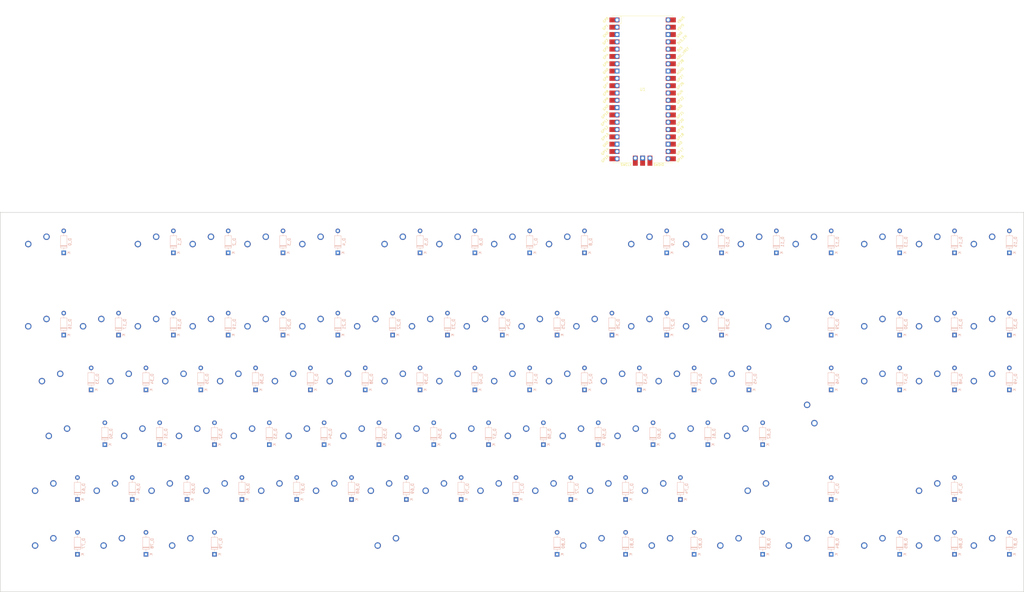
<source format=kicad_pcb>
(kicad_pcb (version 20171130) (host pcbnew "(5.1.9)-1")
  (layers (0 F.Cu signal) (31 B.Cu signal) (34 B.Paste user) (35 F.Paste user) (36 B.SilkS user) (37 F.SilkS user) (38 B.Mask user) (39 F.Mask user) (44 Edge.Cuts user))
  (net 0 "")
  (net 1 col0)
  (net 2 col1)
  (net 3 col2)
  (net 4 col3)
  (net 5 col4)
  (net 6 col5)
  (net 7 col6)
  (net 8 col7)
  (net 9 col8)
  (net 10 col9)
  (net 11 col10)
  (net 12 col11)
  (net 13 col12)
  (net 14 col13)
  (net 15 col14)
  (net 16 col15)
  (net 17 col16)
  (net 18 col17)
  (net 19 row0)
  (net 20 row2)
  (net 21 row3)
  (net 22 row4)
  (net 23 row5)
  (net 24 row6)
  (net 25 "Net-(D_0-Pad2)")
  (net 26 "Net-(D_1-Pad2)")
  (net 27 "Net-(D_2-Pad2)")
  (net 28 "Net-(D_3-Pad2)")
  (net 29 "Net-(D_4-Pad2)")
  (net 30 "Net-(D_5-Pad2)")
  (net 31 "Net-(D_6-Pad2)")
  (net 32 "Net-(D_7-Pad2)")
  (net 33 "Net-(D_8-Pad2)")
  (net 34 "Net-(D_9-Pad2)")
  (net 35 "Net-(D_10-Pad2)")
  (net 36 "Net-(D_11-Pad2)")
  (net 37 "Net-(D_12-Pad2)")
  (net 38 "Net-(D_13-Pad2)")
  (net 39 "Net-(D_14-Pad2)")
  (net 40 "Net-(D_15-Pad2)")
  (net 41 "Net-(D_16-Pad2)")
  (net 42 "Net-(D_17-Pad2)")
  (net 43 "Net-(D_18-Pad2)")
  (net 44 "Net-(D_19-Pad2)")
  (net 45 "Net-(D_20-Pad2)")
  (net 46 "Net-(D_21-Pad2)")
  (net 47 "Net-(D_22-Pad2)")
  (net 48 "Net-(D_23-Pad2)")
  (net 49 "Net-(D_24-Pad2)")
  (net 50 "Net-(D_25-Pad2)")
  (net 51 "Net-(D_26-Pad2)")
  (net 52 "Net-(D_27-Pad2)")
  (net 53 "Net-(D_28-Pad2)")
  (net 54 "Net-(D_29-Pad2)")
  (net 55 "Net-(D_30-Pad2)")
  (net 56 "Net-(D_31-Pad2)")
  (net 57 "Net-(D_32-Pad2)")
  (net 58 "Net-(D_33-Pad2)")
  (net 59 "Net-(D_34-Pad2)")
  (net 60 "Net-(D_35-Pad2)")
  (net 61 "Net-(D_36-Pad2)")
  (net 62 "Net-(D_37-Pad2)")
  (net 63 "Net-(D_38-Pad2)")
  (net 64 "Net-(D_39-Pad2)")
  (net 65 "Net-(D_40-Pad2)")
  (net 66 "Net-(D_41-Pad2)")
  (net 67 "Net-(D_42-Pad2)")
  (net 68 "Net-(D_43-Pad2)")
  (net 69 "Net-(D_44-Pad2)")
  (net 70 "Net-(D_45-Pad2)")
  (net 71 "Net-(D_46-Pad2)")
  (net 72 "Net-(D_47-Pad2)")
  (net 73 "Net-(D_48-Pad2)")
  (net 74 "Net-(D_49-Pad2)")
  (net 75 "Net-(D_50-Pad2)")
  (net 76 "Net-(D_51-Pad2)")
  (net 77 "Net-(D_52-Pad2)")
  (net 78 "Net-(D_53-Pad2)")
  (net 79 "Net-(D_54-Pad2)")
  (net 80 "Net-(D_55-Pad2)")
  (net 81 "Net-(D_56-Pad2)")
  (net 82 "Net-(D_57-Pad2)")
  (net 83 "Net-(D_58-Pad2)")
  (net 84 "Net-(D_59-Pad2)")
  (net 85 "Net-(D_60-Pad2)")
  (net 86 "Net-(D_61-Pad2)")
  (net 87 "Net-(D_62-Pad2)")
  (net 88 "Net-(D_63-Pad2)")
  (net 89 "Net-(D_64-Pad2)")
  (net 90 "Net-(D_65-Pad2)")
  (net 91 "Net-(D_66-Pad2)")
  (net 92 "Net-(D_67-Pad2)")
  (net 93 "Net-(D_68-Pad2)")
  (net 94 "Net-(D_69-Pad2)")
  (net 95 "Net-(D_70-Pad2)")
  (net 96 "Net-(D_71-Pad2)")
  (net 97 "Net-(D_72-Pad2)")
  (net 98 "Net-(D_73-Pad2)")
  (net 99 "Net-(D_74-Pad2)")
  (net 100 "Net-(D_75-Pad2)")
  (net 101 "Net-(D_76-Pad2)")
  (net 102 "Net-(D_77-Pad2)")
  (net 103 "Net-(D_78-Pad2)")
  (net 104 "Net-(D_79-Pad2)")
  (net 105 "Net-(D_80-Pad2)")
  (net 106 "Net-(D_81-Pad2)")
  (net 107 "Net-(D_82-Pad2)")
  (net 108 "Net-(D_83-Pad2)")
  (net 109 "Net-(D_84-Pad2)")
  (net 110 "Net-(D_85-Pad2)")
  (net 111 "Net-(D_86-Pad2)")
  (net 112 "Net-(D_87-Pad2)")
  (net 113 COL3)
  (net 114 COL2)
  (net 115 "Net-(U1-Pad23)")
  (net 116 COL1)
  (net 117 COL0)
  (net 118 ROW6)
  (net 119 ROW5)
  (net 120 "Net-(U1-Pad28)")
  (net 121 ROW4)
  (net 122 "Net-(U1-Pad30)")
  (net 123 ROW3)
  (net 124 ROW1)
  (net 125 "Net-(U1-Pad33)")
  (net 126 ROW0)
  (net 127 "Net-(U1-Pad35)")
  (net 128 "Net-(U1-Pad36)")
  (net 129 "Net-(U1-Pad37)")
  (net 130 "Net-(U1-Pad38)")
  (net 131 "Net-(U1-Pad39)")
  (net 132 "Net-(U1-Pad40)")
  (net 133 COL4)
  (net 134 COL5)
  (net 135 "Net-(U1-Pad18)")
  (net 136 COL6)
  (net 137 COL7)
  (net 138 COL8)
  (net 139 COL9)
  (net 140 "Net-(U1-Pad13)")
  (net 141 COL10)
  (net 142 COL11)
  (net 143 COL12)
  (net 144 COL13)
  (net 145 "Net-(U1-Pad8)")
  (net 146 COL14)
  (net 147 COL15)
  (net 148 COL16)
  (net 149 COL17)
  (net 150 "Net-(U1-Pad3)")
  (net 151 "Net-(U1-Pad2)")
  (net 152 "Net-(U1-Pad1)")
  (module MCU_RaspberryPi_and_Boards.pretty:RPi_Pico_SMD_TH (layer F.Cu) (at 236 -30)
    (fp_text reference U1 (at 0 0) (layer F.SilkS))
    (fp_text value PICO_RP2040)
    (fp_text user SWDIO (at 5.6 26.2) (layer F.SilkS) (effects (font (size 0.8 0.8))))
    (fp_text user SWCLK (at -5.7 26.2) (layer F.SilkS) (effects (font (size 0.8 0.8))))
    (fp_text user AGND (at 13.054 -6.35 45) (layer F.SilkS) (effects (font (size 0.8 0.8))))
    (fp_text user GND (at 12.8 -19.05 45) (layer F.SilkS) (effects (font (size 0.8 0.8))))
    (fp_text user GND (at 12.8 6.35 45) (layer F.SilkS) (effects (font (size 0.8 0.8))))
    (fp_text user GND (at 12.8 19.05 45) (layer F.SilkS) (effects (font (size 0.8 0.8))))
    (fp_text user GND (at -12.8 19.05 45) (layer F.SilkS) (effects (font (size 0.8 0.8))))
    (fp_text user GND (at -12.8 6.35 45) (layer F.SilkS) (effects (font (size 0.8 0.8))))
    (fp_text user GND (at -12.8 -6.35 45) (layer F.SilkS) (effects (font (size 0.8 0.8))))
    (fp_text user GND (at -12.8 -19.05 45) (layer F.SilkS) (effects (font (size 0.8 0.8))))
    (fp_text user VBUS (at 13.3 -24.2 45) (layer F.SilkS) (effects (font (size 0.8 0.8))))
    (fp_text user VSYS (at 13.2 -21.59 45) (layer F.SilkS) (effects (font (size 0.8 0.8))))
    (fp_text user 3V3_EN (at 13.7 -17.2 45) (layer F.SilkS) (effects (font (size 0.8 0.8))))
    (fp_text user 3V3 (at 12.9 -13.9 45) (layer F.SilkS) (effects (font (size 0.8 0.8))))
    (fp_text user ADC_VREF (at 14 -12.5 45) (layer F.SilkS) (effects (font (size 0.8 0.8))))
    (fp_text user GP28 (at 13.054 -9.144 45) (layer F.SilkS) (effects (font (size 0.8 0.8))))
    (fp_text user GP27 (at 13.054 -3.8 45) (layer F.SilkS) (effects (font (size 0.8 0.8))))
    (fp_text user GP26 (at 13.054 -1.27 45) (layer F.SilkS) (effects (font (size 0.8 0.8))))
    (fp_text user RUN (at 13 1.27 45) (layer F.SilkS) (effects (font (size 0.8 0.8))))
    (fp_text user GP22 (at 13.054 3.81 45) (layer F.SilkS) (effects (font (size 0.8 0.8))))
    (fp_text user GP21 (at 13.054 8.9 45) (layer F.SilkS) (effects (font (size 0.8 0.8))))
    (fp_text user GP20 (at 13.054 11.43 45) (layer F.SilkS) (effects (font (size 0.8 0.8))))
    (fp_text user GP19 (at 13.054 13.97 45) (layer F.SilkS) (effects (font (size 0.8 0.8))))
    (fp_text user GP18 (at 13.054 16.51 45) (layer F.SilkS) (effects (font (size 0.8 0.8))))
    (fp_text user GP17 (at 13.054 21.59 45) (layer F.SilkS) (effects (font (size 0.8 0.8))))
    (fp_text user GP16 (at 13.054 24.13 45) (layer F.SilkS) (effects (font (size 0.8 0.8))))
    (fp_text user GP15 (at -13.054 24.13 45) (layer F.SilkS) (effects (font (size 0.8 0.8))))
    (fp_text user GP14 (at -13.1 21.59 45) (layer F.SilkS) (effects (font (size 0.8 0.8))))
    (fp_text user GP13 (at -13.054 16.51 45) (layer F.SilkS) (effects (font (size 0.8 0.8))))
    (fp_text user GP12 (at -13.2 13.97 45) (layer F.SilkS) (effects (font (size 0.8 0.8))))
    (fp_text user GP11 (at -13.2 11.43 45) (layer F.SilkS) (effects (font (size 0.8 0.8))))
    (fp_text user GP10 (at -13.054 8.89 45) (layer F.SilkS) (effects (font (size 0.8 0.8))))
    (fp_text user GP9 (at -12.8 3.81 45) (layer F.SilkS) (effects (font (size 0.8 0.8))))
    (fp_text user GP8 (at -12.8 1.27 45) (layer F.SilkS) (effects (font (size 0.8 0.8))))
    (fp_text user GP7 (at -12.7 -1.3 45) (layer F.SilkS) (effects (font (size 0.8 0.8))))
    (fp_text user GP6 (at -12.8 -3.81 45) (layer F.SilkS) (effects (font (size 0.8 0.8))))
    (fp_text user GP5 (at -12.8 -8.89 45) (layer F.SilkS) (effects (font (size 0.8 0.8))))
    (fp_text user GP4 (at -12.8 -11.43 45) (layer F.SilkS) (effects (font (size 0.8 0.8))))
    (fp_text user GP3 (at -12.8 -13.97 45) (layer F.SilkS) (effects (font (size 0.8 0.8))))
    (fp_text user GP0 (at -12.8 -24.13 45) (layer F.SilkS) (effects (font (size 0.8 0.8))))
    (fp_text user GP2 (at -12.9 -16.51 45) (layer F.SilkS) (effects (font (size 0.8 0.8))))
    (fp_text user GP1 (at -12.9 -21.6 45) (layer F.SilkS) (effects (font (size 0.8 0.8))))
    (pad 43 thru_hole oval (at 2.54 23.9) (size 1.7 1.7) (drill 1.02) (layers *.Cu *.Mask))
    (pad 43 smd rect (at 2.54 23.9 90) (size 3.5 1.7) (drill (offset -0.9 0)) (layers F.Cu F.Mask))
    (pad 42 thru_hole rect (at 0 23.9) (size 1.7 1.7) (drill 1.02) (layers *.Cu *.Mask))
    (pad 42 smd rect (at 0 23.9 90) (size 3.5 1.7) (drill (offset -0.9 0)) (layers F.Cu F.Mask))
    (pad 41 thru_hole oval (at -2.54 23.9) (size 1.7 1.7) (drill 1.02) (layers *.Cu *.Mask))
    (pad 41 smd rect (at -2.54 23.9 90) (size 3.5 1.7) (drill (offset -0.9 0)) (layers F.Cu F.Mask))
    (pad "" np_thru_hole oval (at 2.425 -20.97) (size 1.5 1.5) (drill 1.5) (layers *.Cu *.Mask))
    (pad "" np_thru_hole oval (at -2.425 -20.97) (size 1.5 1.5) (drill 1.5) (layers *.Cu *.Mask))
    (pad "" np_thru_hole oval (at 2.725 -24) (size 1.8 1.8) (drill 1.8) (layers *.Cu *.Mask))
    (pad "" np_thru_hole oval (at -2.725 -24) (size 1.8 1.8) (drill 1.8) (layers *.Cu *.Mask))
    (pad 21 smd rect (at 8.89 24.13) (size 3.5 1.7) (drill (offset 0.9 0)) (layers F.Cu F.Mask) (net 113 COL3))
    (pad 22 smd rect (at 8.89 21.59) (size 3.5 1.7) (drill (offset 0.9 0)) (layers F.Cu F.Mask) (net 114 COL2))
    (pad 23 smd rect (at 8.89 19.05) (size 3.5 1.7) (drill (offset 0.9 0)) (layers F.Cu F.Mask) (net 115 "Net-(U1-Pad23)"))
    (pad 24 smd rect (at 8.89 16.51) (size 3.5 1.7) (drill (offset 0.9 0)) (layers F.Cu F.Mask) (net 116 COL1))
    (pad 25 smd rect (at 8.89 13.97) (size 3.5 1.7) (drill (offset 0.9 0)) (layers F.Cu F.Mask) (net 117 COL0))
    (pad 26 smd rect (at 8.89 11.43) (size 3.5 1.7) (drill (offset 0.9 0)) (layers F.Cu F.Mask) (net 118 ROW6))
    (pad 27 smd rect (at 8.89 8.89) (size 3.5 1.7) (drill (offset 0.9 0)) (layers F.Cu F.Mask) (net 119 ROW5))
    (pad 28 smd rect (at 8.89 6.35) (size 3.5 1.7) (drill (offset 0.9 0)) (layers F.Cu F.Mask) (net 120 "Net-(U1-Pad28)"))
    (pad 29 smd rect (at 8.89 3.81) (size 3.5 1.7) (drill (offset 0.9 0)) (layers F.Cu F.Mask) (net 121 ROW4))
    (pad 30 smd rect (at 8.89 1.27) (size 3.5 1.7) (drill (offset 0.9 0)) (layers F.Cu F.Mask) (net 122 "Net-(U1-Pad30)"))
    (pad 31 smd rect (at 8.89 -1.27) (size 3.5 1.7) (drill (offset 0.9 0)) (layers F.Cu F.Mask) (net 123 ROW3))
    (pad 32 smd rect (at 8.89 -3.81) (size 3.5 1.7) (drill (offset 0.9 0)) (layers F.Cu F.Mask) (net 124 ROW1))
    (pad 33 smd rect (at 8.89 -6.35) (size 3.5 1.7) (drill (offset 0.9 0)) (layers F.Cu F.Mask) (net 125 "Net-(U1-Pad33)"))
    (pad 34 smd rect (at 8.89 -8.89) (size 3.5 1.7) (drill (offset 0.9 0)) (layers F.Cu F.Mask) (net 126 ROW0))
    (pad 35 smd rect (at 8.89 -11.43) (size 3.5 1.7) (drill (offset 0.9 0)) (layers F.Cu F.Mask) (net 127 "Net-(U1-Pad35)"))
    (pad 36 smd rect (at 8.89 -13.97) (size 3.5 1.7) (drill (offset 0.9 0)) (layers F.Cu F.Mask) (net 128 "Net-(U1-Pad36)"))
    (pad 37 smd rect (at 8.89 -16.51) (size 3.5 1.7) (drill (offset 0.9 0)) (layers F.Cu F.Mask) (net 129 "Net-(U1-Pad37)"))
    (pad 38 smd rect (at 8.89 -19.05) (size 3.5 1.7) (drill (offset 0.9 0)) (layers F.Cu F.Mask) (net 130 "Net-(U1-Pad38)"))
    (pad 39 smd rect (at 8.89 -21.59) (size 3.5 1.7) (drill (offset 0.9 0)) (layers F.Cu F.Mask) (net 131 "Net-(U1-Pad39)"))
    (pad 40 smd rect (at 8.89 -24.13) (size 3.5 1.7) (drill (offset 0.9 0)) (layers F.Cu F.Mask) (net 132 "Net-(U1-Pad40)"))
    (pad 20 smd rect (at -8.89 24.13) (size 3.5 1.7) (drill (offset -0.9 0)) (layers F.Cu F.Mask) (net 133 COL4))
    (pad 19 smd rect (at -8.89 21.59) (size 3.5 1.7) (drill (offset -0.9 0)) (layers F.Cu F.Mask) (net 134 COL5))
    (pad 18 smd rect (at -8.89 19.05) (size 3.5 1.7) (drill (offset -0.9 0)) (layers F.Cu F.Mask) (net 135 "Net-(U1-Pad18)"))
    (pad 17 smd rect (at -8.89 16.51) (size 3.5 1.7) (drill (offset -0.9 0)) (layers F.Cu F.Mask) (net 136 COL6))
    (pad 16 smd rect (at -8.89 13.97) (size 3.5 1.7) (drill (offset -0.9 0)) (layers F.Cu F.Mask) (net 137 COL7))
    (pad 15 smd rect (at -8.89 11.43) (size 3.5 1.7) (drill (offset -0.9 0)) (layers F.Cu F.Mask) (net 138 COL8))
    (pad 14 smd rect (at -8.89 8.89) (size 3.5 1.7) (drill (offset -0.9 0)) (layers F.Cu F.Mask) (net 139 COL9))
    (pad 13 smd rect (at -8.89 6.35) (size 3.5 1.7) (drill (offset -0.9 0)) (layers F.Cu F.Mask) (net 140 "Net-(U1-Pad13)"))
    (pad 12 smd rect (at -8.89 3.81) (size 3.5 1.7) (drill (offset -0.9 0)) (layers F.Cu F.Mask) (net 141 COL10))
    (pad 11 smd rect (at -8.89 1.27) (size 3.5 1.7) (drill (offset -0.9 0)) (layers F.Cu F.Mask) (net 142 COL11))
    (pad 10 smd rect (at -8.89 -1.27) (size 3.5 1.7) (drill (offset -0.9 0)) (layers F.Cu F.Mask) (net 143 COL12))
    (pad 9 smd rect (at -8.89 -3.81) (size 3.5 1.7) (drill (offset -0.9 0)) (layers F.Cu F.Mask) (net 144 COL13))
    (pad 8 smd rect (at -8.89 -6.35) (size 3.5 1.7) (drill (offset -0.9 0)) (layers F.Cu F.Mask) (net 145 "Net-(U1-Pad8)"))
    (pad 7 smd rect (at -8.89 -8.89) (size 3.5 1.7) (drill (offset -0.9 0)) (layers F.Cu F.Mask) (net 146 COL14))
    (pad 6 smd rect (at -8.89 -11.43) (size 3.5 1.7) (drill (offset -0.9 0)) (layers F.Cu F.Mask) (net 147 COL15))
    (pad 5 smd rect (at -8.89 -13.97) (size 3.5 1.7) (drill (offset -0.9 0)) (layers F.Cu F.Mask) (net 148 COL16))
    (pad 4 smd rect (at -8.89 -16.51) (size 3.5 1.7) (drill (offset -0.9 0)) (layers F.Cu F.Mask) (net 149 COL17))
    (pad 3 smd rect (at -8.89 -19.05) (size 3.5 1.7) (drill (offset -0.9 0)) (layers F.Cu F.Mask) (net 150 "Net-(U1-Pad3)"))
    (pad 2 smd rect (at -8.89 -21.59) (size 3.5 1.7) (drill (offset -0.9 0)) (layers F.Cu F.Mask) (net 151 "Net-(U1-Pad2)"))
    (pad 1 smd rect (at -8.89 -24.13) (size 3.5 1.7) (drill (offset -0.9 0)) (layers F.Cu F.Mask) (net 152 "Net-(U1-Pad1)"))
    (pad 40 thru_hole oval (at 8.89 -24.13) (size 1.7 1.7) (drill 1.02) (layers *.Cu *.Mask) (net 132 "Net-(U1-Pad40)"))
    (pad 39 thru_hole oval (at 8.89 -21.59) (size 1.7 1.7) (drill 1.02) (layers *.Cu *.Mask) (net 131 "Net-(U1-Pad39)"))
    (pad 38 thru_hole rect (at 8.89 -19.05) (size 1.7 1.7) (drill 1.02) (layers *.Cu *.Mask) (net 130 "Net-(U1-Pad38)"))
    (pad 37 thru_hole oval (at 8.89 -16.51) (size 1.7 1.7) (drill 1.02) (layers *.Cu *.Mask) (net 129 "Net-(U1-Pad37)"))
    (pad 36 thru_hole oval (at 8.89 -13.97) (size 1.7 1.7) (drill 1.02) (layers *.Cu *.Mask) (net 128 "Net-(U1-Pad36)"))
    (pad 35 thru_hole oval (at 8.89 -11.43) (size 1.7 1.7) (drill 1.02) (layers *.Cu *.Mask) (net 127 "Net-(U1-Pad35)"))
    (pad 34 thru_hole oval (at 8.89 -8.89) (size 1.7 1.7) (drill 1.02) (layers *.Cu *.Mask) (net 126 ROW0))
    (pad 33 thru_hole rect (at 8.89 -6.35) (size 1.7 1.7) (drill 1.02) (layers *.Cu *.Mask) (net 125 "Net-(U1-Pad33)"))
    (pad 32 thru_hole oval (at 8.89 -3.81) (size 1.7 1.7) (drill 1.02) (layers *.Cu *.Mask) (net 124 ROW1))
    (pad 31 thru_hole oval (at 8.89 -1.27) (size 1.7 1.7) (drill 1.02) (layers *.Cu *.Mask) (net 123 ROW3))
    (pad 30 thru_hole oval (at 8.89 1.27) (size 1.7 1.7) (drill 1.02) (layers *.Cu *.Mask) (net 122 "Net-(U1-Pad30)"))
    (pad 29 thru_hole oval (at 8.89 3.81) (size 1.7 1.7) (drill 1.02) (layers *.Cu *.Mask) (net 121 ROW4))
    (pad 28 thru_hole rect (at 8.89 6.35) (size 1.7 1.7) (drill 1.02) (layers *.Cu *.Mask) (net 120 "Net-(U1-Pad28)"))
    (pad 27 thru_hole oval (at 8.89 8.89) (size 1.7 1.7) (drill 1.02) (layers *.Cu *.Mask) (net 119 ROW5))
    (pad 26 thru_hole oval (at 8.89 11.43) (size 1.7 1.7) (drill 1.02) (layers *.Cu *.Mask) (net 118 ROW6))
    (pad 25 thru_hole oval (at 8.89 13.97) (size 1.7 1.7) (drill 1.02) (layers *.Cu *.Mask) (net 117 COL0))
    (pad 24 thru_hole oval (at 8.89 16.51) (size 1.7 1.7) (drill 1.02) (layers *.Cu *.Mask) (net 116 COL1))
    (pad 23 thru_hole rect (at 8.89 19.05) (size 1.7 1.7) (drill 1.02) (layers *.Cu *.Mask) (net 115 "Net-(U1-Pad23)"))
    (pad 22 thru_hole oval (at 8.89 21.59) (size 1.7 1.7) (drill 1.02) (layers *.Cu *.Mask) (net 114 COL2))
    (pad 21 thru_hole oval (at 8.89 24.13) (size 1.7 1.7) (drill 1.02) (layers *.Cu *.Mask) (net 113 COL3))
    (pad 20 thru_hole oval (at -8.89 24.13) (size 1.7 1.7) (drill 1.02) (layers *.Cu *.Mask) (net 133 COL4))
    (pad 19 thru_hole oval (at -8.89 21.59) (size 1.7 1.7) (drill 1.02) (layers *.Cu *.Mask) (net 134 COL5))
    (pad 18 thru_hole rect (at -8.89 19.05) (size 1.7 1.7) (drill 1.02) (layers *.Cu *.Mask) (net 135 "Net-(U1-Pad18)"))
    (pad 17 thru_hole oval (at -8.89 16.51) (size 1.7 1.7) (drill 1.02) (layers *.Cu *.Mask) (net 136 COL6))
    (pad 16 thru_hole oval (at -8.89 13.97) (size 1.7 1.7) (drill 1.02) (layers *.Cu *.Mask) (net 137 COL7))
    (pad 15 thru_hole oval (at -8.89 11.43) (size 1.7 1.7) (drill 1.02) (layers *.Cu *.Mask) (net 138 COL8))
    (pad 14 thru_hole oval (at -8.89 8.89) (size 1.7 1.7) (drill 1.02) (layers *.Cu *.Mask) (net 139 COL9))
    (pad 13 thru_hole rect (at -8.89 6.35) (size 1.7 1.7) (drill 1.02) (layers *.Cu *.Mask) (net 140 "Net-(U1-Pad13)"))
    (pad 12 thru_hole oval (at -8.89 3.81) (size 1.7 1.7) (drill 1.02) (layers *.Cu *.Mask) (net 141 COL10))
    (pad 11 thru_hole oval (at -8.89 1.27) (size 1.7 1.7) (drill 1.02) (layers *.Cu *.Mask) (net 142 COL11))
    (pad 10 thru_hole oval (at -8.89 -1.27) (size 1.7 1.7) (drill 1.02) (layers *.Cu *.Mask) (net 143 COL12))
    (pad 9 thru_hole oval (at -8.89 -3.81) (size 1.7 1.7) (drill 1.02) (layers *.Cu *.Mask) (net 144 COL13))
    (pad 8 thru_hole rect (at -8.89 -6.35) (size 1.7 1.7) (drill 1.02) (layers *.Cu *.Mask) (net 145 "Net-(U1-Pad8)"))
    (pad 7 thru_hole oval (at -8.89 -8.89) (size 1.7 1.7) (drill 1.02) (layers *.Cu *.Mask) (net 146 COL14))
    (pad 6 thru_hole oval (at -8.89 -11.43) (size 1.7 1.7) (drill 1.02) (layers *.Cu *.Mask) (net 147 COL15))
    (pad 5 thru_hole oval (at -8.89 -13.97) (size 1.7 1.7) (drill 1.02) (layers *.Cu *.Mask) (net 148 COL16))
    (pad 4 thru_hole oval (at -8.89 -16.51) (size 1.7 1.7) (drill 1.02) (layers *.Cu *.Mask) (net 149 COL17))
    (pad 3 thru_hole rect (at -8.89 -19.05) (size 1.7 1.7) (drill 1.02) (layers *.Cu *.Mask) (net 150 "Net-(U1-Pad3)"))
    (pad 2 thru_hole oval (at -8.89 -21.59) (size 1.7 1.7) (drill 1.02) (layers *.Cu *.Mask) (net 151 "Net-(U1-Pad2)"))
    (pad 1 thru_hole oval (at -8.89 -24.13) (size 1.7 1.7) (drill 1.02) (layers *.Cu *.Mask) (net 152 "Net-(U1-Pad1)"))
  )
  (module Diode_THT:D_DO-35_SOD27_P7.62mm_Horizontal (layer B.Cu) (at 363.4425 131.58 90)
    (fp_text reference D_87 (at 3.81 2.12 90) (layer B.SilkS) (effects (justify mirror)))
    (fp_text value D)
    (fp_text user K (at 0 1.8 90) (layer B.SilkS) (effects (justify mirror)))
    (pad 2 thru_hole oval (at 7.62 0 90) (size 1.6 1.6) (drill 0.8) (layers *.Cu *.Mask) (net 112 "Net-(D_87-Pad2)"))
    (pad 1 thru_hole rect (at 0 0 90) (size 1.6 1.6) (drill 0.8) (layers *.Cu *.Mask) (net 24 row6))
  )
  (module Diode_THT:D_DO-35_SOD27_P7.62mm_Horizontal (layer B.Cu) (at 344.3925 131.58 90)
    (fp_text reference D_86 (at 3.81 2.12 90) (layer B.SilkS) (effects (justify mirror)))
    (fp_text value D)
    (fp_text user K (at 0 1.8 90) (layer B.SilkS) (effects (justify mirror)))
    (pad 2 thru_hole oval (at 7.62 0 90) (size 1.6 1.6) (drill 0.8) (layers *.Cu *.Mask) (net 111 "Net-(D_86-Pad2)"))
    (pad 1 thru_hole rect (at 0 0 90) (size 1.6 1.6) (drill 0.8) (layers *.Cu *.Mask) (net 24 row6))
  )
  (module Diode_THT:D_DO-35_SOD27_P7.62mm_Horizontal (layer B.Cu) (at 325.3425 131.58 90)
    (fp_text reference D_85 (at 3.81 2.12 90) (layer B.SilkS) (effects (justify mirror)))
    (fp_text value D)
    (fp_text user K (at 0 1.8 90) (layer B.SilkS) (effects (justify mirror)))
    (pad 2 thru_hole oval (at 7.62 0 90) (size 1.6 1.6) (drill 0.8) (layers *.Cu *.Mask) (net 110 "Net-(D_85-Pad2)"))
    (pad 1 thru_hole rect (at 0 0 90) (size 1.6 1.6) (drill 0.8) (layers *.Cu *.Mask) (net 24 row6))
  )
  (module Diode_THT:D_DO-35_SOD27_P7.62mm_Horizontal (layer B.Cu) (at 301.53 131.58 90)
    (fp_text reference D_84 (at 3.81 2.12 90) (layer B.SilkS) (effects (justify mirror)))
    (fp_text value D)
    (fp_text user K (at 0 1.8 90) (layer B.SilkS) (effects (justify mirror)))
    (pad 2 thru_hole oval (at 7.62 0 90) (size 1.6 1.6) (drill 0.8) (layers *.Cu *.Mask) (net 109 "Net-(D_84-Pad2)"))
    (pad 1 thru_hole rect (at 0 0 90) (size 1.6 1.6) (drill 0.8) (layers *.Cu *.Mask) (net 24 row6))
  )
  (module Diode_THT:D_DO-35_SOD27_P7.62mm_Horizontal (layer B.Cu) (at 277.7175 131.58 90)
    (fp_text reference D_83 (at 3.81 2.12 90) (layer B.SilkS) (effects (justify mirror)))
    (fp_text value D)
    (fp_text user K (at 0 1.8 90) (layer B.SilkS) (effects (justify mirror)))
    (pad 2 thru_hole oval (at 7.62 0 90) (size 1.6 1.6) (drill 0.8) (layers *.Cu *.Mask) (net 108 "Net-(D_83-Pad2)"))
    (pad 1 thru_hole rect (at 0 0 90) (size 1.6 1.6) (drill 0.8) (layers *.Cu *.Mask) (net 24 row6))
  )
  (module Diode_THT:D_DO-35_SOD27_P7.62mm_Horizontal (layer B.Cu) (at 253.905 131.58 90)
    (fp_text reference D_82 (at 3.81 2.12 90) (layer B.SilkS) (effects (justify mirror)))
    (fp_text value D)
    (fp_text user K (at 0 1.8 90) (layer B.SilkS) (effects (justify mirror)))
    (pad 2 thru_hole oval (at 7.62 0 90) (size 1.6 1.6) (drill 0.8) (layers *.Cu *.Mask) (net 107 "Net-(D_82-Pad2)"))
    (pad 1 thru_hole rect (at 0 0 90) (size 1.6 1.6) (drill 0.8) (layers *.Cu *.Mask) (net 24 row6))
  )
  (module Diode_THT:D_DO-35_SOD27_P7.62mm_Horizontal (layer B.Cu) (at 230.0925 131.58 90)
    (fp_text reference D_81 (at 3.81 2.12 90) (layer B.SilkS) (effects (justify mirror)))
    (fp_text value D)
    (fp_text user K (at 0 1.8 90) (layer B.SilkS) (effects (justify mirror)))
    (pad 2 thru_hole oval (at 7.62 0 90) (size 1.6 1.6) (drill 0.8) (layers *.Cu *.Mask) (net 106 "Net-(D_81-Pad2)"))
    (pad 1 thru_hole rect (at 0 0 90) (size 1.6 1.6) (drill 0.8) (layers *.Cu *.Mask) (net 24 row6))
  )
  (module Diode_THT:D_DO-35_SOD27_P7.62mm_Horizontal (layer B.Cu) (at 206.28 131.58 90)
    (fp_text reference D_80 (at 3.81 2.12 90) (layer B.SilkS) (effects (justify mirror)))
    (fp_text value D)
    (fp_text user K (at 0 1.8 90) (layer B.SilkS) (effects (justify mirror)))
    (pad 2 thru_hole oval (at 7.62 0 90) (size 1.6 1.6) (drill 0.8) (layers *.Cu *.Mask) (net 105 "Net-(D_80-Pad2)"))
    (pad 1 thru_hole rect (at 0 0 90) (size 1.6 1.6) (drill 0.8) (layers *.Cu *.Mask) (net 24 row6))
  )
  (module Diode_THT:D_DO-35_SOD27_P7.62mm_Horizontal (layer B.Cu) (at 87.2175 131.58 90)
    (fp_text reference D_79 (at 3.81 2.12 90) (layer B.SilkS) (effects (justify mirror)))
    (fp_text value D)
    (fp_text user K (at 0 1.8 90) (layer B.SilkS) (effects (justify mirror)))
    (pad 2 thru_hole oval (at 7.62 0 90) (size 1.6 1.6) (drill 0.8) (layers *.Cu *.Mask) (net 104 "Net-(D_79-Pad2)"))
    (pad 1 thru_hole rect (at 0 0 90) (size 1.6 1.6) (drill 0.8) (layers *.Cu *.Mask) (net 24 row6))
  )
  (module Diode_THT:D_DO-35_SOD27_P7.62mm_Horizontal (layer B.Cu) (at 63.405 131.58 90)
    (fp_text reference D_78 (at 3.81 2.12 90) (layer B.SilkS) (effects (justify mirror)))
    (fp_text value D)
    (fp_text user K (at 0 1.8 90) (layer B.SilkS) (effects (justify mirror)))
    (pad 2 thru_hole oval (at 7.62 0 90) (size 1.6 1.6) (drill 0.8) (layers *.Cu *.Mask) (net 103 "Net-(D_78-Pad2)"))
    (pad 1 thru_hole rect (at 0 0 90) (size 1.6 1.6) (drill 0.8) (layers *.Cu *.Mask) (net 24 row6))
  )
  (module Diode_THT:D_DO-35_SOD27_P7.62mm_Horizontal (layer B.Cu) (at 39.5925 131.58 90)
    (fp_text reference D_77 (at 3.81 2.12 90) (layer B.SilkS) (effects (justify mirror)))
    (fp_text value D)
    (fp_text user K (at 0 1.8 90) (layer B.SilkS) (effects (justify mirror)))
    (pad 2 thru_hole oval (at 7.62 0 90) (size 1.6 1.6) (drill 0.8) (layers *.Cu *.Mask) (net 102 "Net-(D_77-Pad2)"))
    (pad 1 thru_hole rect (at 0 0 90) (size 1.6 1.6) (drill 0.8) (layers *.Cu *.Mask) (net 24 row6))
  )
  (module Diode_THT:D_DO-35_SOD27_P7.62mm_Horizontal (layer B.Cu) (at 344.3925 112.53 90)
    (fp_text reference D_76 (at 3.81 2.12 90) (layer B.SilkS) (effects (justify mirror)))
    (fp_text value D)
    (fp_text user K (at 0 1.8 90) (layer B.SilkS) (effects (justify mirror)))
    (pad 2 thru_hole oval (at 7.62 0 90) (size 1.6 1.6) (drill 0.8) (layers *.Cu *.Mask) (net 101 "Net-(D_76-Pad2)"))
    (pad 1 thru_hole rect (at 0 0 90) (size 1.6 1.6) (drill 0.8) (layers *.Cu *.Mask) (net 23 row5))
  )
  (module Diode_THT:D_DO-35_SOD27_P7.62mm_Horizontal (layer B.Cu) (at 301.53 112.53 90)
    (fp_text reference D_75 (at 3.81 2.12 90) (layer B.SilkS) (effects (justify mirror)))
    (fp_text value D)
    (fp_text user K (at 0 1.8 90) (layer B.SilkS) (effects (justify mirror)))
    (pad 2 thru_hole oval (at 7.62 0 90) (size 1.6 1.6) (drill 0.8) (layers *.Cu *.Mask) (net 100 "Net-(D_75-Pad2)"))
    (pad 1 thru_hole rect (at 0 0 90) (size 1.6 1.6) (drill 0.8) (layers *.Cu *.Mask) (net 23 row5))
  )
  (module Diode_THT:D_DO-35_SOD27_P7.62mm_Horizontal (layer B.Cu) (at 249.1425 112.53 90)
    (fp_text reference D_74 (at 3.81 2.12 90) (layer B.SilkS) (effects (justify mirror)))
    (fp_text value D)
    (fp_text user K (at 0 1.8 90) (layer B.SilkS) (effects (justify mirror)))
    (pad 2 thru_hole oval (at 7.62 0 90) (size 1.6 1.6) (drill 0.8) (layers *.Cu *.Mask) (net 99 "Net-(D_74-Pad2)"))
    (pad 1 thru_hole rect (at 0 0 90) (size 1.6 1.6) (drill 0.8) (layers *.Cu *.Mask) (net 23 row5))
  )
  (module Diode_THT:D_DO-35_SOD27_P7.62mm_Horizontal (layer B.Cu) (at 230.0925 112.53 90)
    (fp_text reference D_73 (at 3.81 2.12 90) (layer B.SilkS) (effects (justify mirror)))
    (fp_text value D)
    (fp_text user K (at 0 1.8 90) (layer B.SilkS) (effects (justify mirror)))
    (pad 2 thru_hole oval (at 7.62 0 90) (size 1.6 1.6) (drill 0.8) (layers *.Cu *.Mask) (net 98 "Net-(D_73-Pad2)"))
    (pad 1 thru_hole rect (at 0 0 90) (size 1.6 1.6) (drill 0.8) (layers *.Cu *.Mask) (net 23 row5))
  )
  (module Diode_THT:D_DO-35_SOD27_P7.62mm_Horizontal (layer B.Cu) (at 211.0425 112.53 90)
    (fp_text reference D_72 (at 3.81 2.12 90) (layer B.SilkS) (effects (justify mirror)))
    (fp_text value D)
    (fp_text user K (at 0 1.8 90) (layer B.SilkS) (effects (justify mirror)))
    (pad 2 thru_hole oval (at 7.62 0 90) (size 1.6 1.6) (drill 0.8) (layers *.Cu *.Mask) (net 97 "Net-(D_72-Pad2)"))
    (pad 1 thru_hole rect (at 0 0 90) (size 1.6 1.6) (drill 0.8) (layers *.Cu *.Mask) (net 23 row5))
  )
  (module Diode_THT:D_DO-35_SOD27_P7.62mm_Horizontal (layer B.Cu) (at 191.9925 112.53 90)
    (fp_text reference D_71 (at 3.81 2.12 90) (layer B.SilkS) (effects (justify mirror)))
    (fp_text value D)
    (fp_text user K (at 0 1.8 90) (layer B.SilkS) (effects (justify mirror)))
    (pad 2 thru_hole oval (at 7.62 0 90) (size 1.6 1.6) (drill 0.8) (layers *.Cu *.Mask) (net 96 "Net-(D_71-Pad2)"))
    (pad 1 thru_hole rect (at 0 0 90) (size 1.6 1.6) (drill 0.8) (layers *.Cu *.Mask) (net 23 row5))
  )
  (module Diode_THT:D_DO-35_SOD27_P7.62mm_Horizontal (layer B.Cu) (at 172.9425 112.53 90)
    (fp_text reference D_70 (at 3.81 2.12 90) (layer B.SilkS) (effects (justify mirror)))
    (fp_text value D)
    (fp_text user K (at 0 1.8 90) (layer B.SilkS) (effects (justify mirror)))
    (pad 2 thru_hole oval (at 7.62 0 90) (size 1.6 1.6) (drill 0.8) (layers *.Cu *.Mask) (net 95 "Net-(D_70-Pad2)"))
    (pad 1 thru_hole rect (at 0 0 90) (size 1.6 1.6) (drill 0.8) (layers *.Cu *.Mask) (net 23 row5))
  )
  (module Diode_THT:D_DO-35_SOD27_P7.62mm_Horizontal (layer B.Cu) (at 153.8925 112.53 90)
    (fp_text reference D_69 (at 3.81 2.12 90) (layer B.SilkS) (effects (justify mirror)))
    (fp_text value D)
    (fp_text user K (at 0 1.8 90) (layer B.SilkS) (effects (justify mirror)))
    (pad 2 thru_hole oval (at 7.62 0 90) (size 1.6 1.6) (drill 0.8) (layers *.Cu *.Mask) (net 94 "Net-(D_69-Pad2)"))
    (pad 1 thru_hole rect (at 0 0 90) (size 1.6 1.6) (drill 0.8) (layers *.Cu *.Mask) (net 23 row5))
  )
  (module Diode_THT:D_DO-35_SOD27_P7.62mm_Horizontal (layer B.Cu) (at 134.8425 112.53 90)
    (fp_text reference D_68 (at 3.81 2.12 90) (layer B.SilkS) (effects (justify mirror)))
    (fp_text value D)
    (fp_text user K (at 0 1.8 90) (layer B.SilkS) (effects (justify mirror)))
    (pad 2 thru_hole oval (at 7.62 0 90) (size 1.6 1.6) (drill 0.8) (layers *.Cu *.Mask) (net 93 "Net-(D_68-Pad2)"))
    (pad 1 thru_hole rect (at 0 0 90) (size 1.6 1.6) (drill 0.8) (layers *.Cu *.Mask) (net 23 row5))
  )
  (module Diode_THT:D_DO-35_SOD27_P7.62mm_Horizontal (layer B.Cu) (at 115.7925 112.53 90)
    (fp_text reference D_67 (at 3.81 2.12 90) (layer B.SilkS) (effects (justify mirror)))
    (fp_text value D)
    (fp_text user K (at 0 1.8 90) (layer B.SilkS) (effects (justify mirror)))
    (pad 2 thru_hole oval (at 7.62 0 90) (size 1.6 1.6) (drill 0.8) (layers *.Cu *.Mask) (net 92 "Net-(D_67-Pad2)"))
    (pad 1 thru_hole rect (at 0 0 90) (size 1.6 1.6) (drill 0.8) (layers *.Cu *.Mask) (net 23 row5))
  )
  (module Diode_THT:D_DO-35_SOD27_P7.62mm_Horizontal (layer B.Cu) (at 96.7425 112.53 90)
    (fp_text reference D_66 (at 3.81 2.12 90) (layer B.SilkS) (effects (justify mirror)))
    (fp_text value D)
    (fp_text user K (at 0 1.8 90) (layer B.SilkS) (effects (justify mirror)))
    (pad 2 thru_hole oval (at 7.62 0 90) (size 1.6 1.6) (drill 0.8) (layers *.Cu *.Mask) (net 91 "Net-(D_66-Pad2)"))
    (pad 1 thru_hole rect (at 0 0 90) (size 1.6 1.6) (drill 0.8) (layers *.Cu *.Mask) (net 23 row5))
  )
  (module Diode_THT:D_DO-35_SOD27_P7.62mm_Horizontal (layer B.Cu) (at 77.6925 112.53 90)
    (fp_text reference D_65 (at 3.81 2.12 90) (layer B.SilkS) (effects (justify mirror)))
    (fp_text value D)
    (fp_text user K (at 0 1.8 90) (layer B.SilkS) (effects (justify mirror)))
    (pad 2 thru_hole oval (at 7.62 0 90) (size 1.6 1.6) (drill 0.8) (layers *.Cu *.Mask) (net 90 "Net-(D_65-Pad2)"))
    (pad 1 thru_hole rect (at 0 0 90) (size 1.6 1.6) (drill 0.8) (layers *.Cu *.Mask) (net 23 row5))
  )
  (module Diode_THT:D_DO-35_SOD27_P7.62mm_Horizontal (layer B.Cu) (at 58.6425 112.53 90)
    (fp_text reference D_64 (at 3.81 2.12 90) (layer B.SilkS) (effects (justify mirror)))
    (fp_text value D)
    (fp_text user K (at 0 1.8 90) (layer B.SilkS) (effects (justify mirror)))
    (pad 2 thru_hole oval (at 7.62 0 90) (size 1.6 1.6) (drill 0.8) (layers *.Cu *.Mask) (net 89 "Net-(D_64-Pad2)"))
    (pad 1 thru_hole rect (at 0 0 90) (size 1.6 1.6) (drill 0.8) (layers *.Cu *.Mask) (net 23 row5))
  )
  (module Diode_THT:D_DO-35_SOD27_P7.62mm_Horizontal (layer B.Cu) (at 39.5925 112.53 90)
    (fp_text reference D_63 (at 3.81 2.12 90) (layer B.SilkS) (effects (justify mirror)))
    (fp_text value D)
    (fp_text user K (at 0 1.8 90) (layer B.SilkS) (effects (justify mirror)))
    (pad 2 thru_hole oval (at 7.62 0 90) (size 1.6 1.6) (drill 0.8) (layers *.Cu *.Mask) (net 88 "Net-(D_63-Pad2)"))
    (pad 1 thru_hole rect (at 0 0 90) (size 1.6 1.6) (drill 0.8) (layers *.Cu *.Mask) (net 23 row5))
  )
  (module Diode_THT:D_DO-35_SOD27_P7.62mm_Horizontal (layer B.Cu) (at 277.7175 93.48 90)
    (fp_text reference D_62 (at 3.81 2.12 90) (layer B.SilkS) (effects (justify mirror)))
    (fp_text value D)
    (fp_text user K (at 0 1.8 90) (layer B.SilkS) (effects (justify mirror)))
    (pad 2 thru_hole oval (at 7.62 0 90) (size 1.6 1.6) (drill 0.8) (layers *.Cu *.Mask) (net 87 "Net-(D_62-Pad2)"))
    (pad 1 thru_hole rect (at 0 0 90) (size 1.6 1.6) (drill 0.8) (layers *.Cu *.Mask) (net 22 row4))
  )
  (module Diode_THT:D_DO-35_SOD27_P7.62mm_Horizontal (layer B.Cu) (at 258.6675 93.48 90)
    (fp_text reference D_61 (at 3.81 2.12 90) (layer B.SilkS) (effects (justify mirror)))
    (fp_text value D)
    (fp_text user K (at 0 1.8 90) (layer B.SilkS) (effects (justify mirror)))
    (pad 2 thru_hole oval (at 7.62 0 90) (size 1.6 1.6) (drill 0.8) (layers *.Cu *.Mask) (net 86 "Net-(D_61-Pad2)"))
    (pad 1 thru_hole rect (at 0 0 90) (size 1.6 1.6) (drill 0.8) (layers *.Cu *.Mask) (net 22 row4))
  )
  (module Diode_THT:D_DO-35_SOD27_P7.62mm_Horizontal (layer B.Cu) (at 239.6175 93.48 90)
    (fp_text reference D_60 (at 3.81 2.12 90) (layer B.SilkS) (effects (justify mirror)))
    (fp_text value D)
    (fp_text user K (at 0 1.8 90) (layer B.SilkS) (effects (justify mirror)))
    (pad 2 thru_hole oval (at 7.62 0 90) (size 1.6 1.6) (drill 0.8) (layers *.Cu *.Mask) (net 85 "Net-(D_60-Pad2)"))
    (pad 1 thru_hole rect (at 0 0 90) (size 1.6 1.6) (drill 0.8) (layers *.Cu *.Mask) (net 22 row4))
  )
  (module Diode_THT:D_DO-35_SOD27_P7.62mm_Horizontal (layer B.Cu) (at 220.5675 93.48 90)
    (fp_text reference D_59 (at 3.81 2.12 90) (layer B.SilkS) (effects (justify mirror)))
    (fp_text value D)
    (fp_text user K (at 0 1.8 90) (layer B.SilkS) (effects (justify mirror)))
    (pad 2 thru_hole oval (at 7.62 0 90) (size 1.6 1.6) (drill 0.8) (layers *.Cu *.Mask) (net 84 "Net-(D_59-Pad2)"))
    (pad 1 thru_hole rect (at 0 0 90) (size 1.6 1.6) (drill 0.8) (layers *.Cu *.Mask) (net 22 row4))
  )
  (module Diode_THT:D_DO-35_SOD27_P7.62mm_Horizontal (layer B.Cu) (at 201.5175 93.48 90)
    (fp_text reference D_58 (at 3.81 2.12 90) (layer B.SilkS) (effects (justify mirror)))
    (fp_text value D)
    (fp_text user K (at 0 1.8 90) (layer B.SilkS) (effects (justify mirror)))
    (pad 2 thru_hole oval (at 7.62 0 90) (size 1.6 1.6) (drill 0.8) (layers *.Cu *.Mask) (net 83 "Net-(D_58-Pad2)"))
    (pad 1 thru_hole rect (at 0 0 90) (size 1.6 1.6) (drill 0.8) (layers *.Cu *.Mask) (net 22 row4))
  )
  (module Diode_THT:D_DO-35_SOD27_P7.62mm_Horizontal (layer B.Cu) (at 182.4675 93.48 90)
    (fp_text reference D_57 (at 3.81 2.12 90) (layer B.SilkS) (effects (justify mirror)))
    (fp_text value D)
    (fp_text user K (at 0 1.8 90) (layer B.SilkS) (effects (justify mirror)))
    (pad 2 thru_hole oval (at 7.62 0 90) (size 1.6 1.6) (drill 0.8) (layers *.Cu *.Mask) (net 82 "Net-(D_57-Pad2)"))
    (pad 1 thru_hole rect (at 0 0 90) (size 1.6 1.6) (drill 0.8) (layers *.Cu *.Mask) (net 22 row4))
  )
  (module Diode_THT:D_DO-35_SOD27_P7.62mm_Horizontal (layer B.Cu) (at 163.4175 93.48 90)
    (fp_text reference D_56 (at 3.81 2.12 90) (layer B.SilkS) (effects (justify mirror)))
    (fp_text value D)
    (fp_text user K (at 0 1.8 90) (layer B.SilkS) (effects (justify mirror)))
    (pad 2 thru_hole oval (at 7.62 0 90) (size 1.6 1.6) (drill 0.8) (layers *.Cu *.Mask) (net 81 "Net-(D_56-Pad2)"))
    (pad 1 thru_hole rect (at 0 0 90) (size 1.6 1.6) (drill 0.8) (layers *.Cu *.Mask) (net 22 row4))
  )
  (module Diode_THT:D_DO-35_SOD27_P7.62mm_Horizontal (layer B.Cu) (at 144.3675 93.48 90)
    (fp_text reference D_55 (at 3.81 2.12 90) (layer B.SilkS) (effects (justify mirror)))
    (fp_text value D)
    (fp_text user K (at 0 1.8 90) (layer B.SilkS) (effects (justify mirror)))
    (pad 2 thru_hole oval (at 7.62 0 90) (size 1.6 1.6) (drill 0.8) (layers *.Cu *.Mask) (net 80 "Net-(D_55-Pad2)"))
    (pad 1 thru_hole rect (at 0 0 90) (size 1.6 1.6) (drill 0.8) (layers *.Cu *.Mask) (net 22 row4))
  )
  (module Diode_THT:D_DO-35_SOD27_P7.62mm_Horizontal (layer B.Cu) (at 125.3175 93.48 90)
    (fp_text reference D_54 (at 3.81 2.12 90) (layer B.SilkS) (effects (justify mirror)))
    (fp_text value D)
    (fp_text user K (at 0 1.8 90) (layer B.SilkS) (effects (justify mirror)))
    (pad 2 thru_hole oval (at 7.62 0 90) (size 1.6 1.6) (drill 0.8) (layers *.Cu *.Mask) (net 79 "Net-(D_54-Pad2)"))
    (pad 1 thru_hole rect (at 0 0 90) (size 1.6 1.6) (drill 0.8) (layers *.Cu *.Mask) (net 22 row4))
  )
  (module Diode_THT:D_DO-35_SOD27_P7.62mm_Horizontal (layer B.Cu) (at 106.2675 93.48 90)
    (fp_text reference D_53 (at 3.81 2.12 90) (layer B.SilkS) (effects (justify mirror)))
    (fp_text value D)
    (fp_text user K (at 0 1.8 90) (layer B.SilkS) (effects (justify mirror)))
    (pad 2 thru_hole oval (at 7.62 0 90) (size 1.6 1.6) (drill 0.8) (layers *.Cu *.Mask) (net 78 "Net-(D_53-Pad2)"))
    (pad 1 thru_hole rect (at 0 0 90) (size 1.6 1.6) (drill 0.8) (layers *.Cu *.Mask) (net 22 row4))
  )
  (module Diode_THT:D_DO-35_SOD27_P7.62mm_Horizontal (layer B.Cu) (at 87.2175 93.48 90)
    (fp_text reference D_52 (at 3.81 2.12 90) (layer B.SilkS) (effects (justify mirror)))
    (fp_text value D)
    (fp_text user K (at 0 1.8 90) (layer B.SilkS) (effects (justify mirror)))
    (pad 2 thru_hole oval (at 7.62 0 90) (size 1.6 1.6) (drill 0.8) (layers *.Cu *.Mask) (net 77 "Net-(D_52-Pad2)"))
    (pad 1 thru_hole rect (at 0 0 90) (size 1.6 1.6) (drill 0.8) (layers *.Cu *.Mask) (net 22 row4))
  )
  (module Diode_THT:D_DO-35_SOD27_P7.62mm_Horizontal (layer B.Cu) (at 68.1675 93.48 90)
    (fp_text reference D_51 (at 3.81 2.12 90) (layer B.SilkS) (effects (justify mirror)))
    (fp_text value D)
    (fp_text user K (at 0 1.8 90) (layer B.SilkS) (effects (justify mirror)))
    (pad 2 thru_hole oval (at 7.62 0 90) (size 1.6 1.6) (drill 0.8) (layers *.Cu *.Mask) (net 76 "Net-(D_51-Pad2)"))
    (pad 1 thru_hole rect (at 0 0 90) (size 1.6 1.6) (drill 0.8) (layers *.Cu *.Mask) (net 22 row4))
  )
  (module Diode_THT:D_DO-35_SOD27_P7.62mm_Horizontal (layer B.Cu) (at 49.1175 93.48 90)
    (fp_text reference D_50 (at 3.81 2.12 90) (layer B.SilkS) (effects (justify mirror)))
    (fp_text value D)
    (fp_text user K (at 0 1.8 90) (layer B.SilkS) (effects (justify mirror)))
    (pad 2 thru_hole oval (at 7.62 0 90) (size 1.6 1.6) (drill 0.8) (layers *.Cu *.Mask) (net 75 "Net-(D_50-Pad2)"))
    (pad 1 thru_hole rect (at 0 0 90) (size 1.6 1.6) (drill 0.8) (layers *.Cu *.Mask) (net 22 row4))
  )
  (module Diode_THT:D_DO-35_SOD27_P7.62mm_Horizontal (layer B.Cu) (at 363.4425 74.43 90)
    (fp_text reference D_49 (at 3.81 2.12 90) (layer B.SilkS) (effects (justify mirror)))
    (fp_text value D)
    (fp_text user K (at 0 1.8 90) (layer B.SilkS) (effects (justify mirror)))
    (pad 2 thru_hole oval (at 7.62 0 90) (size 1.6 1.6) (drill 0.8) (layers *.Cu *.Mask) (net 74 "Net-(D_49-Pad2)"))
    (pad 1 thru_hole rect (at 0 0 90) (size 1.6 1.6) (drill 0.8) (layers *.Cu *.Mask) (net 21 row3))
  )
  (module Diode_THT:D_DO-35_SOD27_P7.62mm_Horizontal (layer B.Cu) (at 344.3925 74.43 90)
    (fp_text reference D_48 (at 3.81 2.12 90) (layer B.SilkS) (effects (justify mirror)))
    (fp_text value D)
    (fp_text user K (at 0 1.8 90) (layer B.SilkS) (effects (justify mirror)))
    (pad 2 thru_hole oval (at 7.62 0 90) (size 1.6 1.6) (drill 0.8) (layers *.Cu *.Mask) (net 73 "Net-(D_48-Pad2)"))
    (pad 1 thru_hole rect (at 0 0 90) (size 1.6 1.6) (drill 0.8) (layers *.Cu *.Mask) (net 21 row3))
  )
  (module Diode_THT:D_DO-35_SOD27_P7.62mm_Horizontal (layer B.Cu) (at 325.3425 74.43 90)
    (fp_text reference D_47 (at 3.81 2.12 90) (layer B.SilkS) (effects (justify mirror)))
    (fp_text value D)
    (fp_text user K (at 0 1.8 90) (layer B.SilkS) (effects (justify mirror)))
    (pad 2 thru_hole oval (at 7.62 0 90) (size 1.6 1.6) (drill 0.8) (layers *.Cu *.Mask) (net 72 "Net-(D_47-Pad2)"))
    (pad 1 thru_hole rect (at 0 0 90) (size 1.6 1.6) (drill 0.8) (layers *.Cu *.Mask) (net 21 row3))
  )
  (module Diode_THT:D_DO-35_SOD27_P7.62mm_Horizontal (layer B.Cu) (at 301.53 74.43 90)
    (fp_text reference D_46 (at 3.81 2.12 90) (layer B.SilkS) (effects (justify mirror)))
    (fp_text value D)
    (fp_text user K (at 0 1.8 90) (layer B.SilkS) (effects (justify mirror)))
    (pad 2 thru_hole oval (at 7.62 0 90) (size 1.6 1.6) (drill 0.8) (layers *.Cu *.Mask) (net 71 "Net-(D_46-Pad2)"))
    (pad 1 thru_hole rect (at 0 0 90) (size 1.6 1.6) (drill 0.8) (layers *.Cu *.Mask) (net 21 row3))
  )
  (module Diode_THT:D_DO-35_SOD27_P7.62mm_Horizontal (layer B.Cu) (at 272.955 74.43 90)
    (fp_text reference D_45 (at 3.81 2.12 90) (layer B.SilkS) (effects (justify mirror)))
    (fp_text value D)
    (fp_text user K (at 0 1.8 90) (layer B.SilkS) (effects (justify mirror)))
    (pad 2 thru_hole oval (at 7.62 0 90) (size 1.6 1.6) (drill 0.8) (layers *.Cu *.Mask) (net 70 "Net-(D_45-Pad2)"))
    (pad 1 thru_hole rect (at 0 0 90) (size 1.6 1.6) (drill 0.8) (layers *.Cu *.Mask) (net 21 row3))
  )
  (module Diode_THT:D_DO-35_SOD27_P7.62mm_Horizontal (layer B.Cu) (at 253.905 74.43 90)
    (fp_text reference D_44 (at 3.81 2.12 90) (layer B.SilkS) (effects (justify mirror)))
    (fp_text value D)
    (fp_text user K (at 0 1.8 90) (layer B.SilkS) (effects (justify mirror)))
    (pad 2 thru_hole oval (at 7.62 0 90) (size 1.6 1.6) (drill 0.8) (layers *.Cu *.Mask) (net 69 "Net-(D_44-Pad2)"))
    (pad 1 thru_hole rect (at 0 0 90) (size 1.6 1.6) (drill 0.8) (layers *.Cu *.Mask) (net 21 row3))
  )
  (module Diode_THT:D_DO-35_SOD27_P7.62mm_Horizontal (layer B.Cu) (at 234.855 74.43 90)
    (fp_text reference D_43 (at 3.81 2.12 90) (layer B.SilkS) (effects (justify mirror)))
    (fp_text value D)
    (fp_text user K (at 0 1.8 90) (layer B.SilkS) (effects (justify mirror)))
    (pad 2 thru_hole oval (at 7.62 0 90) (size 1.6 1.6) (drill 0.8) (layers *.Cu *.Mask) (net 68 "Net-(D_43-Pad2)"))
    (pad 1 thru_hole rect (at 0 0 90) (size 1.6 1.6) (drill 0.8) (layers *.Cu *.Mask) (net 21 row3))
  )
  (module Diode_THT:D_DO-35_SOD27_P7.62mm_Horizontal (layer B.Cu) (at 215.805 74.43 90)
    (fp_text reference D_42 (at 3.81 2.12 90) (layer B.SilkS) (effects (justify mirror)))
    (fp_text value D)
    (fp_text user K (at 0 1.8 90) (layer B.SilkS) (effects (justify mirror)))
    (pad 2 thru_hole oval (at 7.62 0 90) (size 1.6 1.6) (drill 0.8) (layers *.Cu *.Mask) (net 67 "Net-(D_42-Pad2)"))
    (pad 1 thru_hole rect (at 0 0 90) (size 1.6 1.6) (drill 0.8) (layers *.Cu *.Mask) (net 21 row3))
  )
  (module Diode_THT:D_DO-35_SOD27_P7.62mm_Horizontal (layer B.Cu) (at 196.755 74.43 90)
    (fp_text reference D_41 (at 3.81 2.12 90) (layer B.SilkS) (effects (justify mirror)))
    (fp_text value D)
    (fp_text user K (at 0 1.8 90) (layer B.SilkS) (effects (justify mirror)))
    (pad 2 thru_hole oval (at 7.62 0 90) (size 1.6 1.6) (drill 0.8) (layers *.Cu *.Mask) (net 66 "Net-(D_41-Pad2)"))
    (pad 1 thru_hole rect (at 0 0 90) (size 1.6 1.6) (drill 0.8) (layers *.Cu *.Mask) (net 21 row3))
  )
  (module Diode_THT:D_DO-35_SOD27_P7.62mm_Horizontal (layer B.Cu) (at 177.705 74.43 90)
    (fp_text reference D_40 (at 3.81 2.12 90) (layer B.SilkS) (effects (justify mirror)))
    (fp_text value D)
    (fp_text user K (at 0 1.8 90) (layer B.SilkS) (effects (justify mirror)))
    (pad 2 thru_hole oval (at 7.62 0 90) (size 1.6 1.6) (drill 0.8) (layers *.Cu *.Mask) (net 65 "Net-(D_40-Pad2)"))
    (pad 1 thru_hole rect (at 0 0 90) (size 1.6 1.6) (drill 0.8) (layers *.Cu *.Mask) (net 21 row3))
  )
  (module Diode_THT:D_DO-35_SOD27_P7.62mm_Horizontal (layer B.Cu) (at 158.655 74.43 90)
    (fp_text reference D_39 (at 3.81 2.12 90) (layer B.SilkS) (effects (justify mirror)))
    (fp_text value D)
    (fp_text user K (at 0 1.8 90) (layer B.SilkS) (effects (justify mirror)))
    (pad 2 thru_hole oval (at 7.62 0 90) (size 1.6 1.6) (drill 0.8) (layers *.Cu *.Mask) (net 64 "Net-(D_39-Pad2)"))
    (pad 1 thru_hole rect (at 0 0 90) (size 1.6 1.6) (drill 0.8) (layers *.Cu *.Mask) (net 21 row3))
  )
  (module Diode_THT:D_DO-35_SOD27_P7.62mm_Horizontal (layer B.Cu) (at 139.605 74.43 90)
    (fp_text reference D_38 (at 3.81 2.12 90) (layer B.SilkS) (effects (justify mirror)))
    (fp_text value D)
    (fp_text user K (at 0 1.8 90) (layer B.SilkS) (effects (justify mirror)))
    (pad 2 thru_hole oval (at 7.62 0 90) (size 1.6 1.6) (drill 0.8) (layers *.Cu *.Mask) (net 63 "Net-(D_38-Pad2)"))
    (pad 1 thru_hole rect (at 0 0 90) (size 1.6 1.6) (drill 0.8) (layers *.Cu *.Mask) (net 21 row3))
  )
  (module Diode_THT:D_DO-35_SOD27_P7.62mm_Horizontal (layer B.Cu) (at 120.555 74.43 90)
    (fp_text reference D_37 (at 3.81 2.12 90) (layer B.SilkS) (effects (justify mirror)))
    (fp_text value D)
    (fp_text user K (at 0 1.8 90) (layer B.SilkS) (effects (justify mirror)))
    (pad 2 thru_hole oval (at 7.62 0 90) (size 1.6 1.6) (drill 0.8) (layers *.Cu *.Mask) (net 62 "Net-(D_37-Pad2)"))
    (pad 1 thru_hole rect (at 0 0 90) (size 1.6 1.6) (drill 0.8) (layers *.Cu *.Mask) (net 21 row3))
  )
  (module Diode_THT:D_DO-35_SOD27_P7.62mm_Horizontal (layer B.Cu) (at 101.505 74.43 90)
    (fp_text reference D_36 (at 3.81 2.12 90) (layer B.SilkS) (effects (justify mirror)))
    (fp_text value D)
    (fp_text user K (at 0 1.8 90) (layer B.SilkS) (effects (justify mirror)))
    (pad 2 thru_hole oval (at 7.62 0 90) (size 1.6 1.6) (drill 0.8) (layers *.Cu *.Mask) (net 61 "Net-(D_36-Pad2)"))
    (pad 1 thru_hole rect (at 0 0 90) (size 1.6 1.6) (drill 0.8) (layers *.Cu *.Mask) (net 21 row3))
  )
  (module Diode_THT:D_DO-35_SOD27_P7.62mm_Horizontal (layer B.Cu) (at 82.455 74.43 90)
    (fp_text reference D_35 (at 3.81 2.12 90) (layer B.SilkS) (effects (justify mirror)))
    (fp_text value D)
    (fp_text user K (at 0 1.8 90) (layer B.SilkS) (effects (justify mirror)))
    (pad 2 thru_hole oval (at 7.62 0 90) (size 1.6 1.6) (drill 0.8) (layers *.Cu *.Mask) (net 60 "Net-(D_35-Pad2)"))
    (pad 1 thru_hole rect (at 0 0 90) (size 1.6 1.6) (drill 0.8) (layers *.Cu *.Mask) (net 21 row3))
  )
  (module Diode_THT:D_DO-35_SOD27_P7.62mm_Horizontal (layer B.Cu) (at 63.405 74.43 90)
    (fp_text reference D_34 (at 3.81 2.12 90) (layer B.SilkS) (effects (justify mirror)))
    (fp_text value D)
    (fp_text user K (at 0 1.8 90) (layer B.SilkS) (effects (justify mirror)))
    (pad 2 thru_hole oval (at 7.62 0 90) (size 1.6 1.6) (drill 0.8) (layers *.Cu *.Mask) (net 59 "Net-(D_34-Pad2)"))
    (pad 1 thru_hole rect (at 0 0 90) (size 1.6 1.6) (drill 0.8) (layers *.Cu *.Mask) (net 21 row3))
  )
  (module Diode_THT:D_DO-35_SOD27_P7.62mm_Horizontal (layer B.Cu) (at 44.355 74.43 90)
    (fp_text reference D_33 (at 3.81 2.12 90) (layer B.SilkS) (effects (justify mirror)))
    (fp_text value D)
    (fp_text user K (at 0 1.8 90) (layer B.SilkS) (effects (justify mirror)))
    (pad 2 thru_hole oval (at 7.62 0 90) (size 1.6 1.6) (drill 0.8) (layers *.Cu *.Mask) (net 58 "Net-(D_33-Pad2)"))
    (pad 1 thru_hole rect (at 0 0 90) (size 1.6 1.6) (drill 0.8) (layers *.Cu *.Mask) (net 21 row3))
  )
  (module Diode_THT:D_DO-35_SOD27_P7.62mm_Horizontal (layer B.Cu) (at 363.4425 55.38 90)
    (fp_text reference D_32 (at 3.81 2.12 90) (layer B.SilkS) (effects (justify mirror)))
    (fp_text value D)
    (fp_text user K (at 0 1.8 90) (layer B.SilkS) (effects (justify mirror)))
    (pad 2 thru_hole oval (at 7.62 0 90) (size 1.6 1.6) (drill 0.8) (layers *.Cu *.Mask) (net 57 "Net-(D_32-Pad2)"))
    (pad 1 thru_hole rect (at 0 0 90) (size 1.6 1.6) (drill 0.8) (layers *.Cu *.Mask) (net 20 row2))
  )
  (module Diode_THT:D_DO-35_SOD27_P7.62mm_Horizontal (layer B.Cu) (at 344.3925 55.38 90)
    (fp_text reference D_31 (at 3.81 2.12 90) (layer B.SilkS) (effects (justify mirror)))
    (fp_text value D)
    (fp_text user K (at 0 1.8 90) (layer B.SilkS) (effects (justify mirror)))
    (pad 2 thru_hole oval (at 7.62 0 90) (size 1.6 1.6) (drill 0.8) (layers *.Cu *.Mask) (net 56 "Net-(D_31-Pad2)"))
    (pad 1 thru_hole rect (at 0 0 90) (size 1.6 1.6) (drill 0.8) (layers *.Cu *.Mask) (net 20 row2))
  )
  (module Diode_THT:D_DO-35_SOD27_P7.62mm_Horizontal (layer B.Cu) (at 325.3425 55.38 90)
    (fp_text reference D_30 (at 3.81 2.12 90) (layer B.SilkS) (effects (justify mirror)))
    (fp_text value D)
    (fp_text user K (at 0 1.8 90) (layer B.SilkS) (effects (justify mirror)))
    (pad 2 thru_hole oval (at 7.62 0 90) (size 1.6 1.6) (drill 0.8) (layers *.Cu *.Mask) (net 55 "Net-(D_30-Pad2)"))
    (pad 1 thru_hole rect (at 0 0 90) (size 1.6 1.6) (drill 0.8) (layers *.Cu *.Mask) (net 20 row2))
  )
  (module Diode_THT:D_DO-35_SOD27_P7.62mm_Horizontal (layer B.Cu) (at 301.53 55.38 90)
    (fp_text reference D_29 (at 3.81 2.12 90) (layer B.SilkS) (effects (justify mirror)))
    (fp_text value D)
    (fp_text user K (at 0 1.8 90) (layer B.SilkS) (effects (justify mirror)))
    (pad 2 thru_hole oval (at 7.62 0 90) (size 1.6 1.6) (drill 0.8) (layers *.Cu *.Mask) (net 54 "Net-(D_29-Pad2)"))
    (pad 1 thru_hole rect (at 0 0 90) (size 1.6 1.6) (drill 0.8) (layers *.Cu *.Mask) (net 20 row2))
  )
  (module Diode_THT:D_DO-35_SOD27_P7.62mm_Horizontal (layer B.Cu) (at 263.43 55.38 90)
    (fp_text reference D_28 (at 3.81 2.12 90) (layer B.SilkS) (effects (justify mirror)))
    (fp_text value D)
    (fp_text user K (at 0 1.8 90) (layer B.SilkS) (effects (justify mirror)))
    (pad 2 thru_hole oval (at 7.62 0 90) (size 1.6 1.6) (drill 0.8) (layers *.Cu *.Mask) (net 53 "Net-(D_28-Pad2)"))
    (pad 1 thru_hole rect (at 0 0 90) (size 1.6 1.6) (drill 0.8) (layers *.Cu *.Mask) (net 20 row2))
  )
  (module Diode_THT:D_DO-35_SOD27_P7.62mm_Horizontal (layer B.Cu) (at 244.38 55.38 90)
    (fp_text reference D_27 (at 3.81 2.12 90) (layer B.SilkS) (effects (justify mirror)))
    (fp_text value D)
    (fp_text user K (at 0 1.8 90) (layer B.SilkS) (effects (justify mirror)))
    (pad 2 thru_hole oval (at 7.62 0 90) (size 1.6 1.6) (drill 0.8) (layers *.Cu *.Mask) (net 52 "Net-(D_27-Pad2)"))
    (pad 1 thru_hole rect (at 0 0 90) (size 1.6 1.6) (drill 0.8) (layers *.Cu *.Mask) (net 20 row2))
  )
  (module Diode_THT:D_DO-35_SOD27_P7.62mm_Horizontal (layer B.Cu) (at 225.33 55.38 90)
    (fp_text reference D_26 (at 3.81 2.12 90) (layer B.SilkS) (effects (justify mirror)))
    (fp_text value D)
    (fp_text user K (at 0 1.8 90) (layer B.SilkS) (effects (justify mirror)))
    (pad 2 thru_hole oval (at 7.62 0 90) (size 1.6 1.6) (drill 0.8) (layers *.Cu *.Mask) (net 51 "Net-(D_26-Pad2)"))
    (pad 1 thru_hole rect (at 0 0 90) (size 1.6 1.6) (drill 0.8) (layers *.Cu *.Mask) (net 20 row2))
  )
  (module Diode_THT:D_DO-35_SOD27_P7.62mm_Horizontal (layer B.Cu) (at 206.28 55.38 90)
    (fp_text reference D_25 (at 3.81 2.12 90) (layer B.SilkS) (effects (justify mirror)))
    (fp_text value D)
    (fp_text user K (at 0 1.8 90) (layer B.SilkS) (effects (justify mirror)))
    (pad 2 thru_hole oval (at 7.62 0 90) (size 1.6 1.6) (drill 0.8) (layers *.Cu *.Mask) (net 50 "Net-(D_25-Pad2)"))
    (pad 1 thru_hole rect (at 0 0 90) (size 1.6 1.6) (drill 0.8) (layers *.Cu *.Mask) (net 20 row2))
  )
  (module Diode_THT:D_DO-35_SOD27_P7.62mm_Horizontal (layer B.Cu) (at 187.23 55.38 90)
    (fp_text reference D_24 (at 3.81 2.12 90) (layer B.SilkS) (effects (justify mirror)))
    (fp_text value D)
    (fp_text user K (at 0 1.8 90) (layer B.SilkS) (effects (justify mirror)))
    (pad 2 thru_hole oval (at 7.62 0 90) (size 1.6 1.6) (drill 0.8) (layers *.Cu *.Mask) (net 49 "Net-(D_24-Pad2)"))
    (pad 1 thru_hole rect (at 0 0 90) (size 1.6 1.6) (drill 0.8) (layers *.Cu *.Mask) (net 20 row2))
  )
  (module Diode_THT:D_DO-35_SOD27_P7.62mm_Horizontal (layer B.Cu) (at 168.18 55.38 90)
    (fp_text reference D_23 (at 3.81 2.12 90) (layer B.SilkS) (effects (justify mirror)))
    (fp_text value D)
    (fp_text user K (at 0 1.8 90) (layer B.SilkS) (effects (justify mirror)))
    (pad 2 thru_hole oval (at 7.62 0 90) (size 1.6 1.6) (drill 0.8) (layers *.Cu *.Mask) (net 48 "Net-(D_23-Pad2)"))
    (pad 1 thru_hole rect (at 0 0 90) (size 1.6 1.6) (drill 0.8) (layers *.Cu *.Mask) (net 20 row2))
  )
  (module Diode_THT:D_DO-35_SOD27_P7.62mm_Horizontal (layer B.Cu) (at 149.13 55.38 90)
    (fp_text reference D_22 (at 3.81 2.12 90) (layer B.SilkS) (effects (justify mirror)))
    (fp_text value D)
    (fp_text user K (at 0 1.8 90) (layer B.SilkS) (effects (justify mirror)))
    (pad 2 thru_hole oval (at 7.62 0 90) (size 1.6 1.6) (drill 0.8) (layers *.Cu *.Mask) (net 47 "Net-(D_22-Pad2)"))
    (pad 1 thru_hole rect (at 0 0 90) (size 1.6 1.6) (drill 0.8) (layers *.Cu *.Mask) (net 20 row2))
  )
  (module Diode_THT:D_DO-35_SOD27_P7.62mm_Horizontal (layer B.Cu) (at 130.08 55.38 90)
    (fp_text reference D_21 (at 3.81 2.12 90) (layer B.SilkS) (effects (justify mirror)))
    (fp_text value D)
    (fp_text user K (at 0 1.8 90) (layer B.SilkS) (effects (justify mirror)))
    (pad 2 thru_hole oval (at 7.62 0 90) (size 1.6 1.6) (drill 0.8) (layers *.Cu *.Mask) (net 46 "Net-(D_21-Pad2)"))
    (pad 1 thru_hole rect (at 0 0 90) (size 1.6 1.6) (drill 0.8) (layers *.Cu *.Mask) (net 20 row2))
  )
  (module Diode_THT:D_DO-35_SOD27_P7.62mm_Horizontal (layer B.Cu) (at 111.03 55.38 90)
    (fp_text reference D_20 (at 3.81 2.12 90) (layer B.SilkS) (effects (justify mirror)))
    (fp_text value D)
    (fp_text user K (at 0 1.8 90) (layer B.SilkS) (effects (justify mirror)))
    (pad 2 thru_hole oval (at 7.62 0 90) (size 1.6 1.6) (drill 0.8) (layers *.Cu *.Mask) (net 45 "Net-(D_20-Pad2)"))
    (pad 1 thru_hole rect (at 0 0 90) (size 1.6 1.6) (drill 0.8) (layers *.Cu *.Mask) (net 20 row2))
  )
  (module Diode_THT:D_DO-35_SOD27_P7.62mm_Horizontal (layer B.Cu) (at 91.98 55.38 90)
    (fp_text reference D_19 (at 3.81 2.12 90) (layer B.SilkS) (effects (justify mirror)))
    (fp_text value D)
    (fp_text user K (at 0 1.8 90) (layer B.SilkS) (effects (justify mirror)))
    (pad 2 thru_hole oval (at 7.62 0 90) (size 1.6 1.6) (drill 0.8) (layers *.Cu *.Mask) (net 44 "Net-(D_19-Pad2)"))
    (pad 1 thru_hole rect (at 0 0 90) (size 1.6 1.6) (drill 0.8) (layers *.Cu *.Mask) (net 20 row2))
  )
  (module Diode_THT:D_DO-35_SOD27_P7.62mm_Horizontal (layer B.Cu) (at 72.93 55.38 90)
    (fp_text reference D_18 (at 3.81 2.12 90) (layer B.SilkS) (effects (justify mirror)))
    (fp_text value D)
    (fp_text user K (at 0 1.8 90) (layer B.SilkS) (effects (justify mirror)))
    (pad 2 thru_hole oval (at 7.62 0 90) (size 1.6 1.6) (drill 0.8) (layers *.Cu *.Mask) (net 43 "Net-(D_18-Pad2)"))
    (pad 1 thru_hole rect (at 0 0 90) (size 1.6 1.6) (drill 0.8) (layers *.Cu *.Mask) (net 20 row2))
  )
  (module Diode_THT:D_DO-35_SOD27_P7.62mm_Horizontal (layer B.Cu) (at 53.88 55.38 90)
    (fp_text reference D_17 (at 3.81 2.12 90) (layer B.SilkS) (effects (justify mirror)))
    (fp_text value D)
    (fp_text user K (at 0 1.8 90) (layer B.SilkS) (effects (justify mirror)))
    (pad 2 thru_hole oval (at 7.62 0 90) (size 1.6 1.6) (drill 0.8) (layers *.Cu *.Mask) (net 42 "Net-(D_17-Pad2)"))
    (pad 1 thru_hole rect (at 0 0 90) (size 1.6 1.6) (drill 0.8) (layers *.Cu *.Mask) (net 20 row2))
  )
  (module Diode_THT:D_DO-35_SOD27_P7.62mm_Horizontal (layer B.Cu) (at 34.83 55.38 90)
    (fp_text reference D_16 (at 3.81 2.12 90) (layer B.SilkS) (effects (justify mirror)))
    (fp_text value D)
    (fp_text user K (at 0 1.8 90) (layer B.SilkS) (effects (justify mirror)))
    (pad 2 thru_hole oval (at 7.62 0 90) (size 1.6 1.6) (drill 0.8) (layers *.Cu *.Mask) (net 41 "Net-(D_16-Pad2)"))
    (pad 1 thru_hole rect (at 0 0 90) (size 1.6 1.6) (drill 0.8) (layers *.Cu *.Mask) (net 20 row2))
  )
  (module Diode_THT:D_DO-35_SOD27_P7.62mm_Horizontal (layer B.Cu) (at 363.4425 26.805 90)
    (fp_text reference D_15 (at 3.81 2.12 90) (layer B.SilkS) (effects (justify mirror)))
    (fp_text value D)
    (fp_text user K (at 0 1.8 90) (layer B.SilkS) (effects (justify mirror)))
    (pad 2 thru_hole oval (at 7.62 0 90) (size 1.6 1.6) (drill 0.8) (layers *.Cu *.Mask) (net 40 "Net-(D_15-Pad2)"))
    (pad 1 thru_hole rect (at 0 0 90) (size 1.6 1.6) (drill 0.8) (layers *.Cu *.Mask) (net 19 row0))
  )
  (module Diode_THT:D_DO-35_SOD27_P7.62mm_Horizontal (layer B.Cu) (at 344.3925 26.805 90)
    (fp_text reference D_14 (at 3.81 2.12 90) (layer B.SilkS) (effects (justify mirror)))
    (fp_text value D)
    (fp_text user K (at 0 1.8 90) (layer B.SilkS) (effects (justify mirror)))
    (pad 2 thru_hole oval (at 7.62 0 90) (size 1.6 1.6) (drill 0.8) (layers *.Cu *.Mask) (net 39 "Net-(D_14-Pad2)"))
    (pad 1 thru_hole rect (at 0 0 90) (size 1.6 1.6) (drill 0.8) (layers *.Cu *.Mask) (net 19 row0))
  )
  (module Diode_THT:D_DO-35_SOD27_P7.62mm_Horizontal (layer B.Cu) (at 325.3425 26.805 90)
    (fp_text reference D_13 (at 3.81 2.12 90) (layer B.SilkS) (effects (justify mirror)))
    (fp_text value D)
    (fp_text user K (at 0 1.8 90) (layer B.SilkS) (effects (justify mirror)))
    (pad 2 thru_hole oval (at 7.62 0 90) (size 1.6 1.6) (drill 0.8) (layers *.Cu *.Mask) (net 38 "Net-(D_13-Pad2)"))
    (pad 1 thru_hole rect (at 0 0 90) (size 1.6 1.6) (drill 0.8) (layers *.Cu *.Mask) (net 19 row0))
  )
  (module Diode_THT:D_DO-35_SOD27_P7.62mm_Horizontal (layer B.Cu) (at 301.53 26.805 90)
    (fp_text reference D_12 (at 3.81 2.12 90) (layer B.SilkS) (effects (justify mirror)))
    (fp_text value D)
    (fp_text user K (at 0 1.8 90) (layer B.SilkS) (effects (justify mirror)))
    (pad 2 thru_hole oval (at 7.62 0 90) (size 1.6 1.6) (drill 0.8) (layers *.Cu *.Mask) (net 37 "Net-(D_12-Pad2)"))
    (pad 1 thru_hole rect (at 0 0 90) (size 1.6 1.6) (drill 0.8) (layers *.Cu *.Mask) (net 19 row0))
  )
  (module Diode_THT:D_DO-35_SOD27_P7.62mm_Horizontal (layer B.Cu) (at 282.48 26.805 90)
    (fp_text reference D_11 (at 3.81 2.12 90) (layer B.SilkS) (effects (justify mirror)))
    (fp_text value D)
    (fp_text user K (at 0 1.8 90) (layer B.SilkS) (effects (justify mirror)))
    (pad 2 thru_hole oval (at 7.62 0 90) (size 1.6 1.6) (drill 0.8) (layers *.Cu *.Mask) (net 36 "Net-(D_11-Pad2)"))
    (pad 1 thru_hole rect (at 0 0 90) (size 1.6 1.6) (drill 0.8) (layers *.Cu *.Mask) (net 19 row0))
  )
  (module Diode_THT:D_DO-35_SOD27_P7.62mm_Horizontal (layer B.Cu) (at 263.43 26.805 90)
    (fp_text reference D_10 (at 3.81 2.12 90) (layer B.SilkS) (effects (justify mirror)))
    (fp_text value D)
    (fp_text user K (at 0 1.8 90) (layer B.SilkS) (effects (justify mirror)))
    (pad 2 thru_hole oval (at 7.62 0 90) (size 1.6 1.6) (drill 0.8) (layers *.Cu *.Mask) (net 35 "Net-(D_10-Pad2)"))
    (pad 1 thru_hole rect (at 0 0 90) (size 1.6 1.6) (drill 0.8) (layers *.Cu *.Mask) (net 19 row0))
  )
  (module Diode_THT:D_DO-35_SOD27_P7.62mm_Horizontal (layer B.Cu) (at 244.38 26.805 90)
    (fp_text reference D_9 (at 3.81 2.12 90) (layer B.SilkS) (effects (justify mirror)))
    (fp_text value D)
    (fp_text user K (at 0 1.8 90) (layer B.SilkS) (effects (justify mirror)))
    (pad 2 thru_hole oval (at 7.62 0 90) (size 1.6 1.6) (drill 0.8) (layers *.Cu *.Mask) (net 34 "Net-(D_9-Pad2)"))
    (pad 1 thru_hole rect (at 0 0 90) (size 1.6 1.6) (drill 0.8) (layers *.Cu *.Mask) (net 19 row0))
  )
  (module Diode_THT:D_DO-35_SOD27_P7.62mm_Horizontal (layer B.Cu) (at 215.805 26.805 90)
    (fp_text reference D_8 (at 3.81 2.12 90) (layer B.SilkS) (effects (justify mirror)))
    (fp_text value D)
    (fp_text user K (at 0 1.8 90) (layer B.SilkS) (effects (justify mirror)))
    (pad 2 thru_hole oval (at 7.62 0 90) (size 1.6 1.6) (drill 0.8) (layers *.Cu *.Mask) (net 33 "Net-(D_8-Pad2)"))
    (pad 1 thru_hole rect (at 0 0 90) (size 1.6 1.6) (drill 0.8) (layers *.Cu *.Mask) (net 19 row0))
  )
  (module Diode_THT:D_DO-35_SOD27_P7.62mm_Horizontal (layer B.Cu) (at 196.755 26.805 90)
    (fp_text reference D_7 (at 3.81 2.12 90) (layer B.SilkS) (effects (justify mirror)))
    (fp_text value D)
    (fp_text user K (at 0 1.8 90) (layer B.SilkS) (effects (justify mirror)))
    (pad 2 thru_hole oval (at 7.62 0 90) (size 1.6 1.6) (drill 0.8) (layers *.Cu *.Mask) (net 32 "Net-(D_7-Pad2)"))
    (pad 1 thru_hole rect (at 0 0 90) (size 1.6 1.6) (drill 0.8) (layers *.Cu *.Mask) (net 19 row0))
  )
  (module Diode_THT:D_DO-35_SOD27_P7.62mm_Horizontal (layer B.Cu) (at 177.705 26.805 90)
    (fp_text reference D_6 (at 3.81 2.12 90) (layer B.SilkS) (effects (justify mirror)))
    (fp_text value D)
    (fp_text user K (at 0 1.8 90) (layer B.SilkS) (effects (justify mirror)))
    (pad 2 thru_hole oval (at 7.62 0 90) (size 1.6 1.6) (drill 0.8) (layers *.Cu *.Mask) (net 31 "Net-(D_6-Pad2)"))
    (pad 1 thru_hole rect (at 0 0 90) (size 1.6 1.6) (drill 0.8) (layers *.Cu *.Mask) (net 19 row0))
  )
  (module Diode_THT:D_DO-35_SOD27_P7.62mm_Horizontal (layer B.Cu) (at 158.655 26.805 90)
    (fp_text reference D_5 (at 3.81 2.12 90) (layer B.SilkS) (effects (justify mirror)))
    (fp_text value D)
    (fp_text user K (at 0 1.8 90) (layer B.SilkS) (effects (justify mirror)))
    (pad 2 thru_hole oval (at 7.62 0 90) (size 1.6 1.6) (drill 0.8) (layers *.Cu *.Mask) (net 30 "Net-(D_5-Pad2)"))
    (pad 1 thru_hole rect (at 0 0 90) (size 1.6 1.6) (drill 0.8) (layers *.Cu *.Mask) (net 19 row0))
  )
  (module Diode_THT:D_DO-35_SOD27_P7.62mm_Horizontal (layer B.Cu) (at 130.08 26.805 90)
    (fp_text reference D_4 (at 3.81 2.12 90) (layer B.SilkS) (effects (justify mirror)))
    (fp_text value D)
    (fp_text user K (at 0 1.8 90) (layer B.SilkS) (effects (justify mirror)))
    (pad 2 thru_hole oval (at 7.62 0 90) (size 1.6 1.6) (drill 0.8) (layers *.Cu *.Mask) (net 29 "Net-(D_4-Pad2)"))
    (pad 1 thru_hole rect (at 0 0 90) (size 1.6 1.6) (drill 0.8) (layers *.Cu *.Mask) (net 19 row0))
  )
  (module Diode_THT:D_DO-35_SOD27_P7.62mm_Horizontal (layer B.Cu) (at 111.03 26.805 90)
    (fp_text reference D_3 (at 3.81 2.12 90) (layer B.SilkS) (effects (justify mirror)))
    (fp_text value D)
    (fp_text user K (at 0 1.8 90) (layer B.SilkS) (effects (justify mirror)))
    (pad 2 thru_hole oval (at 7.62 0 90) (size 1.6 1.6) (drill 0.8) (layers *.Cu *.Mask) (net 28 "Net-(D_3-Pad2)"))
    (pad 1 thru_hole rect (at 0 0 90) (size 1.6 1.6) (drill 0.8) (layers *.Cu *.Mask) (net 19 row0))
  )
  (module Diode_THT:D_DO-35_SOD27_P7.62mm_Horizontal (layer B.Cu) (at 91.98 26.805 90)
    (fp_text reference D_2 (at 3.81 2.12 90) (layer B.SilkS) (effects (justify mirror)))
    (fp_text value D)
    (fp_text user K (at 0 1.8 90) (layer B.SilkS) (effects (justify mirror)))
    (pad 2 thru_hole oval (at 7.62 0 90) (size 1.6 1.6) (drill 0.8) (layers *.Cu *.Mask) (net 27 "Net-(D_2-Pad2)"))
    (pad 1 thru_hole rect (at 0 0 90) (size 1.6 1.6) (drill 0.8) (layers *.Cu *.Mask) (net 19 row0))
  )
  (module Diode_THT:D_DO-35_SOD27_P7.62mm_Horizontal (layer B.Cu) (at 72.93 26.805 90)
    (fp_text reference D_1 (at 3.81 2.12 90) (layer B.SilkS) (effects (justify mirror)))
    (fp_text value D)
    (fp_text user K (at 0 1.8 90) (layer B.SilkS) (effects (justify mirror)))
    (pad 2 thru_hole oval (at 7.62 0 90) (size 1.6 1.6) (drill 0.8) (layers *.Cu *.Mask) (net 26 "Net-(D_1-Pad2)"))
    (pad 1 thru_hole rect (at 0 0 90) (size 1.6 1.6) (drill 0.8) (layers *.Cu *.Mask) (net 19 row0))
  )
  (module Diode_THT:D_DO-35_SOD27_P7.62mm_Horizontal (layer B.Cu) (at 34.83 26.805 90)
    (fp_text reference D_0 (at 3.81 2.12 90) (layer B.SilkS) (effects (justify mirror)))
    (fp_text value D)
    (fp_text user K (at 0 1.8 90) (layer B.SilkS) (effects (justify mirror)))
    (pad 2 thru_hole oval (at 7.62 0 90) (size 1.6 1.6) (drill 0.8) (layers *.Cu *.Mask) (net 25 "Net-(D_0-Pad2)"))
    (pad 1 thru_hole rect (at 0 0 90) (size 1.6 1.6) (drill 0.8) (layers *.Cu *.Mask) (net 19 row0))
  )
  (module MX_Only:MXOnly-ISO-ROTATED-ReversedStabilizers-NoLED (layer F.Cu) (at 290.6174 83.455)
    (fp_text reference K_46)
    (fp_text value KEYSW)
    (pad 2 thru_hole circle (at 5.08 2.54) (size 2.25 2.25) (drill 1.47) (layers *.Cu B.Mask) (net 71 "Net-(D_46-Pad2)"))
    (pad "" np_thru_hole circle (at 0 0) (size 3.9878 3.9878) (drill 3.9878) (layers *.Cu *.Mask))
    (pad 1 thru_hole circle (at 2.54 -3.81) (size 2.25 2.25) (drill 1.47) (layers *.Cu B.Mask) (net 15 col14))
    (pad "" np_thru_hole circle (at 0 -5.08 48.0996) (size 1.75 1.75) (drill 1.75) (layers *.Cu *.Mask))
    (pad "" np_thru_hole circle (at 0 5.08 48.0996) (size 1.75 1.75) (drill 1.75) (layers *.Cu *.Mask))
    (pad "" np_thru_hole circle (at 6.985 11.938) (size 3.048 3.048) (drill 3.048) (layers *.Cu *.Mask))
    (pad "" np_thru_hole circle (at 6.985 -11.938) (size 3.048 3.048) (drill 3.048) (layers *.Cu *.Mask))
    (pad "" np_thru_hole circle (at -8.255 11.938) (size 3.9878 3.9878) (drill 3.9878) (layers *.Cu *.Mask))
    (pad "" np_thru_hole circle (at -8.255 -11.938) (size 3.9878 3.9878) (drill 3.9878) (layers *.Cu *.Mask))
  )
  (module MX_Only:MXOnly-1U-NoLED (layer F.Cu) (at 26.305 26.305)
    (fp_text reference K_0)
    (fp_text value KEYSW)
    (pad "" np_thru_hole circle (at 5.08 0 48.0996) (size 1.75 1.75) (drill 1.75) (layers *.Cu *.Mask))
    (pad "" np_thru_hole circle (at -5.08 0 48.0996) (size 1.75 1.75) (drill 1.75) (layers *.Cu *.Mask))
    (pad 1 thru_hole circle (at -3.81 -2.54) (size 2.25 2.25) (drill 1.47) (layers *.Cu B.Mask) (net 1 col0))
    (pad "" np_thru_hole circle (at 0 0) (size 3.9878 3.9878) (drill 3.9878) (layers *.Cu *.Mask))
    (pad 2 thru_hole circle (at 2.54 -5.08) (size 2.25 2.25) (drill 1.47) (layers *.Cu B.Mask) (net 25 "Net-(D_0-Pad2)"))
  )
  (module MX_Only:MXOnly-1U-NoLED (layer F.Cu) (at 64.405 26.305)
    (fp_text reference K_1)
    (fp_text value KEYSW)
    (pad "" np_thru_hole circle (at 5.08 0 48.0996) (size 1.75 1.75) (drill 1.75) (layers *.Cu *.Mask))
    (pad "" np_thru_hole circle (at -5.08 0 48.0996) (size 1.75 1.75) (drill 1.75) (layers *.Cu *.Mask))
    (pad 1 thru_hole circle (at -3.81 -2.54) (size 2.25 2.25) (drill 1.47) (layers *.Cu B.Mask) (net 3 col2))
    (pad "" np_thru_hole circle (at 0 0) (size 3.9878 3.9878) (drill 3.9878) (layers *.Cu *.Mask))
    (pad 2 thru_hole circle (at 2.54 -5.08) (size 2.25 2.25) (drill 1.47) (layers *.Cu B.Mask) (net 26 "Net-(D_1-Pad2)"))
  )
  (module MX_Only:MXOnly-1U-NoLED (layer F.Cu) (at 83.455 26.305)
    (fp_text reference K_2)
    (fp_text value KEYSW)
    (pad "" np_thru_hole circle (at 5.08 0 48.0996) (size 1.75 1.75) (drill 1.75) (layers *.Cu *.Mask))
    (pad "" np_thru_hole circle (at -5.08 0 48.0996) (size 1.75 1.75) (drill 1.75) (layers *.Cu *.Mask))
    (pad 1 thru_hole circle (at -3.81 -2.54) (size 2.25 2.25) (drill 1.47) (layers *.Cu B.Mask) (net 4 col3))
    (pad "" np_thru_hole circle (at 0 0) (size 3.9878 3.9878) (drill 3.9878) (layers *.Cu *.Mask))
    (pad 2 thru_hole circle (at 2.54 -5.08) (size 2.25 2.25) (drill 1.47) (layers *.Cu B.Mask) (net 27 "Net-(D_2-Pad2)"))
  )
  (module MX_Only:MXOnly-1U-NoLED (layer F.Cu) (at 102.505 26.305)
    (fp_text reference K_3)
    (fp_text value KEYSW)
    (pad "" np_thru_hole circle (at 5.08 0 48.0996) (size 1.75 1.75) (drill 1.75) (layers *.Cu *.Mask))
    (pad "" np_thru_hole circle (at -5.08 0 48.0996) (size 1.75 1.75) (drill 1.75) (layers *.Cu *.Mask))
    (pad 1 thru_hole circle (at -3.81 -2.54) (size 2.25 2.25) (drill 1.47) (layers *.Cu B.Mask) (net 5 col4))
    (pad "" np_thru_hole circle (at 0 0) (size 3.9878 3.9878) (drill 3.9878) (layers *.Cu *.Mask))
    (pad 2 thru_hole circle (at 2.54 -5.08) (size 2.25 2.25) (drill 1.47) (layers *.Cu B.Mask) (net 28 "Net-(D_3-Pad2)"))
  )
  (module MX_Only:MXOnly-1U-NoLED (layer F.Cu) (at 121.555 26.305)
    (fp_text reference K_4)
    (fp_text value KEYSW)
    (pad "" np_thru_hole circle (at 5.08 0 48.0996) (size 1.75 1.75) (drill 1.75) (layers *.Cu *.Mask))
    (pad "" np_thru_hole circle (at -5.08 0 48.0996) (size 1.75 1.75) (drill 1.75) (layers *.Cu *.Mask))
    (pad 1 thru_hole circle (at -3.81 -2.54) (size 2.25 2.25) (drill 1.47) (layers *.Cu B.Mask) (net 6 col5))
    (pad "" np_thru_hole circle (at 0 0) (size 3.9878 3.9878) (drill 3.9878) (layers *.Cu *.Mask))
    (pad 2 thru_hole circle (at 2.54 -5.08) (size 2.25 2.25) (drill 1.47) (layers *.Cu B.Mask) (net 29 "Net-(D_4-Pad2)"))
  )
  (module MX_Only:MXOnly-1U-NoLED (layer F.Cu) (at 150.13 26.305)
    (fp_text reference K_5)
    (fp_text value KEYSW)
    (pad "" np_thru_hole circle (at 5.08 0 48.0996) (size 1.75 1.75) (drill 1.75) (layers *.Cu *.Mask))
    (pad "" np_thru_hole circle (at -5.08 0 48.0996) (size 1.75 1.75) (drill 1.75) (layers *.Cu *.Mask))
    (pad 1 thru_hole circle (at -3.81 -2.54) (size 2.25 2.25) (drill 1.47) (layers *.Cu B.Mask) (net 8 col7))
    (pad "" np_thru_hole circle (at 0 0) (size 3.9878 3.9878) (drill 3.9878) (layers *.Cu *.Mask))
    (pad 2 thru_hole circle (at 2.54 -5.08) (size 2.25 2.25) (drill 1.47) (layers *.Cu B.Mask) (net 30 "Net-(D_5-Pad2)"))
  )
  (module MX_Only:MXOnly-1U-NoLED (layer F.Cu) (at 169.18 26.305)
    (fp_text reference K_6)
    (fp_text value KEYSW)
    (pad "" np_thru_hole circle (at 5.08 0 48.0996) (size 1.75 1.75) (drill 1.75) (layers *.Cu *.Mask))
    (pad "" np_thru_hole circle (at -5.08 0 48.0996) (size 1.75 1.75) (drill 1.75) (layers *.Cu *.Mask))
    (pad 1 thru_hole circle (at -3.81 -2.54) (size 2.25 2.25) (drill 1.47) (layers *.Cu B.Mask) (net 9 col8))
    (pad "" np_thru_hole circle (at 0 0) (size 3.9878 3.9878) (drill 3.9878) (layers *.Cu *.Mask))
    (pad 2 thru_hole circle (at 2.54 -5.08) (size 2.25 2.25) (drill 1.47) (layers *.Cu B.Mask) (net 31 "Net-(D_6-Pad2)"))
  )
  (module MX_Only:MXOnly-1U-NoLED (layer F.Cu) (at 188.23 26.305)
    (fp_text reference K_7)
    (fp_text value KEYSW)
    (pad "" np_thru_hole circle (at 5.08 0 48.0996) (size 1.75 1.75) (drill 1.75) (layers *.Cu *.Mask))
    (pad "" np_thru_hole circle (at -5.08 0 48.0996) (size 1.75 1.75) (drill 1.75) (layers *.Cu *.Mask))
    (pad 1 thru_hole circle (at -3.81 -2.54) (size 2.25 2.25) (drill 1.47) (layers *.Cu B.Mask) (net 10 col9))
    (pad "" np_thru_hole circle (at 0 0) (size 3.9878 3.9878) (drill 3.9878) (layers *.Cu *.Mask))
    (pad 2 thru_hole circle (at 2.54 -5.08) (size 2.25 2.25) (drill 1.47) (layers *.Cu B.Mask) (net 32 "Net-(D_7-Pad2)"))
  )
  (module MX_Only:MXOnly-1U-NoLED (layer F.Cu) (at 207.28 26.305)
    (fp_text reference K_8)
    (fp_text value KEYSW)
    (pad "" np_thru_hole circle (at 5.08 0 48.0996) (size 1.75 1.75) (drill 1.75) (layers *.Cu *.Mask))
    (pad "" np_thru_hole circle (at -5.08 0 48.0996) (size 1.75 1.75) (drill 1.75) (layers *.Cu *.Mask))
    (pad 1 thru_hole circle (at -3.81 -2.54) (size 2.25 2.25) (drill 1.47) (layers *.Cu B.Mask) (net 11 col10))
    (pad "" np_thru_hole circle (at 0 0) (size 3.9878 3.9878) (drill 3.9878) (layers *.Cu *.Mask))
    (pad 2 thru_hole circle (at 2.54 -5.08) (size 2.25 2.25) (drill 1.47) (layers *.Cu B.Mask) (net 33 "Net-(D_8-Pad2)"))
  )
  (module MX_Only:MXOnly-1U-NoLED (layer F.Cu) (at 235.855 26.305)
    (fp_text reference K_9)
    (fp_text value KEYSW)
    (pad "" np_thru_hole circle (at 5.08 0 48.0996) (size 1.75 1.75) (drill 1.75) (layers *.Cu *.Mask))
    (pad "" np_thru_hole circle (at -5.08 0 48.0996) (size 1.75 1.75) (drill 1.75) (layers *.Cu *.Mask))
    (pad 1 thru_hole circle (at -3.81 -2.54) (size 2.25 2.25) (drill 1.47) (layers *.Cu B.Mask) (net 12 col11))
    (pad "" np_thru_hole circle (at 0 0) (size 3.9878 3.9878) (drill 3.9878) (layers *.Cu *.Mask))
    (pad 2 thru_hole circle (at 2.54 -5.08) (size 2.25 2.25) (drill 1.47) (layers *.Cu B.Mask) (net 34 "Net-(D_9-Pad2)"))
  )
  (module MX_Only:MXOnly-1U-NoLED (layer F.Cu) (at 254.905 26.305)
    (fp_text reference K_10)
    (fp_text value KEYSW)
    (pad "" np_thru_hole circle (at 5.08 0 48.0996) (size 1.75 1.75) (drill 1.75) (layers *.Cu *.Mask))
    (pad "" np_thru_hole circle (at -5.08 0 48.0996) (size 1.75 1.75) (drill 1.75) (layers *.Cu *.Mask))
    (pad 1 thru_hole circle (at -3.81 -2.54) (size 2.25 2.25) (drill 1.47) (layers *.Cu B.Mask) (net 13 col12))
    (pad "" np_thru_hole circle (at 0 0) (size 3.9878 3.9878) (drill 3.9878) (layers *.Cu *.Mask))
    (pad 2 thru_hole circle (at 2.54 -5.08) (size 2.25 2.25) (drill 1.47) (layers *.Cu B.Mask) (net 35 "Net-(D_10-Pad2)"))
  )
  (module MX_Only:MXOnly-1U-NoLED (layer F.Cu) (at 273.955 26.305)
    (fp_text reference K_11)
    (fp_text value KEYSW)
    (pad "" np_thru_hole circle (at 5.08 0 48.0996) (size 1.75 1.75) (drill 1.75) (layers *.Cu *.Mask))
    (pad "" np_thru_hole circle (at -5.08 0 48.0996) (size 1.75 1.75) (drill 1.75) (layers *.Cu *.Mask))
    (pad 1 thru_hole circle (at -3.81 -2.54) (size 2.25 2.25) (drill 1.47) (layers *.Cu B.Mask) (net 14 col13))
    (pad "" np_thru_hole circle (at 0 0) (size 3.9878 3.9878) (drill 3.9878) (layers *.Cu *.Mask))
    (pad 2 thru_hole circle (at 2.54 -5.08) (size 2.25 2.25) (drill 1.47) (layers *.Cu B.Mask) (net 36 "Net-(D_11-Pad2)"))
  )
  (module MX_Only:MXOnly-1U-NoLED (layer F.Cu) (at 293.005 26.305)
    (fp_text reference K_12)
    (fp_text value KEYSW)
    (pad "" np_thru_hole circle (at 5.08 0 48.0996) (size 1.75 1.75) (drill 1.75) (layers *.Cu *.Mask))
    (pad "" np_thru_hole circle (at -5.08 0 48.0996) (size 1.75 1.75) (drill 1.75) (layers *.Cu *.Mask))
    (pad 1 thru_hole circle (at -3.81 -2.54) (size 2.25 2.25) (drill 1.47) (layers *.Cu B.Mask) (net 15 col14))
    (pad "" np_thru_hole circle (at 0 0) (size 3.9878 3.9878) (drill 3.9878) (layers *.Cu *.Mask))
    (pad 2 thru_hole circle (at 2.54 -5.08) (size 2.25 2.25) (drill 1.47) (layers *.Cu B.Mask) (net 37 "Net-(D_12-Pad2)"))
  )
  (module MX_Only:MXOnly-1U-NoLED (layer F.Cu) (at 316.8175 26.305)
    (fp_text reference K_13)
    (fp_text value KEYSW)
    (pad "" np_thru_hole circle (at 5.08 0 48.0996) (size 1.75 1.75) (drill 1.75) (layers *.Cu *.Mask))
    (pad "" np_thru_hole circle (at -5.08 0 48.0996) (size 1.75 1.75) (drill 1.75) (layers *.Cu *.Mask))
    (pad 1 thru_hole circle (at -3.81 -2.54) (size 2.25 2.25) (drill 1.47) (layers *.Cu B.Mask) (net 16 col15))
    (pad "" np_thru_hole circle (at 0 0) (size 3.9878 3.9878) (drill 3.9878) (layers *.Cu *.Mask))
    (pad 2 thru_hole circle (at 2.54 -5.08) (size 2.25 2.25) (drill 1.47) (layers *.Cu B.Mask) (net 38 "Net-(D_13-Pad2)"))
  )
  (module MX_Only:MXOnly-1U-NoLED (layer F.Cu) (at 335.8675 26.305)
    (fp_text reference K_14)
    (fp_text value KEYSW)
    (pad "" np_thru_hole circle (at 5.08 0 48.0996) (size 1.75 1.75) (drill 1.75) (layers *.Cu *.Mask))
    (pad "" np_thru_hole circle (at -5.08 0 48.0996) (size 1.75 1.75) (drill 1.75) (layers *.Cu *.Mask))
    (pad 1 thru_hole circle (at -3.81 -2.54) (size 2.25 2.25) (drill 1.47) (layers *.Cu B.Mask) (net 17 col16))
    (pad "" np_thru_hole circle (at 0 0) (size 3.9878 3.9878) (drill 3.9878) (layers *.Cu *.Mask))
    (pad 2 thru_hole circle (at 2.54 -5.08) (size 2.25 2.25) (drill 1.47) (layers *.Cu B.Mask) (net 39 "Net-(D_14-Pad2)"))
  )
  (module MX_Only:MXOnly-1U-NoLED (layer F.Cu) (at 354.9175 26.305)
    (fp_text reference K_15)
    (fp_text value KEYSW)
    (pad "" np_thru_hole circle (at 5.08 0 48.0996) (size 1.75 1.75) (drill 1.75) (layers *.Cu *.Mask))
    (pad "" np_thru_hole circle (at -5.08 0 48.0996) (size 1.75 1.75) (drill 1.75) (layers *.Cu *.Mask))
    (pad 1 thru_hole circle (at -3.81 -2.54) (size 2.25 2.25) (drill 1.47) (layers *.Cu B.Mask) (net 18 col17))
    (pad "" np_thru_hole circle (at 0 0) (size 3.9878 3.9878) (drill 3.9878) (layers *.Cu *.Mask))
    (pad 2 thru_hole circle (at 2.54 -5.08) (size 2.25 2.25) (drill 1.47) (layers *.Cu B.Mask) (net 40 "Net-(D_15-Pad2)"))
  )
  (module MX_Only:MXOnly-1U-NoLED (layer F.Cu) (at 26.305 54.88)
    (fp_text reference K_16)
    (fp_text value KEYSW)
    (pad "" np_thru_hole circle (at 5.08 0 48.0996) (size 1.75 1.75) (drill 1.75) (layers *.Cu *.Mask))
    (pad "" np_thru_hole circle (at -5.08 0 48.0996) (size 1.75 1.75) (drill 1.75) (layers *.Cu *.Mask))
    (pad 1 thru_hole circle (at -3.81 -2.54) (size 2.25 2.25) (drill 1.47) (layers *.Cu B.Mask) (net 1 col0))
    (pad "" np_thru_hole circle (at 0 0) (size 3.9878 3.9878) (drill 3.9878) (layers *.Cu *.Mask))
    (pad 2 thru_hole circle (at 2.54 -5.08) (size 2.25 2.25) (drill 1.47) (layers *.Cu B.Mask) (net 41 "Net-(D_16-Pad2)"))
  )
  (module MX_Only:MXOnly-1U-NoLED (layer F.Cu) (at 45.355 54.88)
    (fp_text reference K_17)
    (fp_text value KEYSW)
    (pad "" np_thru_hole circle (at 5.08 0 48.0996) (size 1.75 1.75) (drill 1.75) (layers *.Cu *.Mask))
    (pad "" np_thru_hole circle (at -5.08 0 48.0996) (size 1.75 1.75) (drill 1.75) (layers *.Cu *.Mask))
    (pad 1 thru_hole circle (at -3.81 -2.54) (size 2.25 2.25) (drill 1.47) (layers *.Cu B.Mask) (net 2 col1))
    (pad "" np_thru_hole circle (at 0 0) (size 3.9878 3.9878) (drill 3.9878) (layers *.Cu *.Mask))
    (pad 2 thru_hole circle (at 2.54 -5.08) (size 2.25 2.25) (drill 1.47) (layers *.Cu B.Mask) (net 42 "Net-(D_17-Pad2)"))
  )
  (module MX_Only:MXOnly-1U-NoLED (layer F.Cu) (at 64.405 54.88)
    (fp_text reference K_18)
    (fp_text value KEYSW)
    (pad "" np_thru_hole circle (at 5.08 0 48.0996) (size 1.75 1.75) (drill 1.75) (layers *.Cu *.Mask))
    (pad "" np_thru_hole circle (at -5.08 0 48.0996) (size 1.75 1.75) (drill 1.75) (layers *.Cu *.Mask))
    (pad 1 thru_hole circle (at -3.81 -2.54) (size 2.25 2.25) (drill 1.47) (layers *.Cu B.Mask) (net 3 col2))
    (pad "" np_thru_hole circle (at 0 0) (size 3.9878 3.9878) (drill 3.9878) (layers *.Cu *.Mask))
    (pad 2 thru_hole circle (at 2.54 -5.08) (size 2.25 2.25) (drill 1.47) (layers *.Cu B.Mask) (net 43 "Net-(D_18-Pad2)"))
  )
  (module MX_Only:MXOnly-1U-NoLED (layer F.Cu) (at 83.455 54.88)
    (fp_text reference K_19)
    (fp_text value KEYSW)
    (pad "" np_thru_hole circle (at 5.08 0 48.0996) (size 1.75 1.75) (drill 1.75) (layers *.Cu *.Mask))
    (pad "" np_thru_hole circle (at -5.08 0 48.0996) (size 1.75 1.75) (drill 1.75) (layers *.Cu *.Mask))
    (pad 1 thru_hole circle (at -3.81 -2.54) (size 2.25 2.25) (drill 1.47) (layers *.Cu B.Mask) (net 4 col3))
    (pad "" np_thru_hole circle (at 0 0) (size 3.9878 3.9878) (drill 3.9878) (layers *.Cu *.Mask))
    (pad 2 thru_hole circle (at 2.54 -5.08) (size 2.25 2.25) (drill 1.47) (layers *.Cu B.Mask) (net 44 "Net-(D_19-Pad2)"))
  )
  (module MX_Only:MXOnly-1U-NoLED (layer F.Cu) (at 102.505 54.88)
    (fp_text reference K_20)
    (fp_text value KEYSW)
    (pad "" np_thru_hole circle (at 5.08 0 48.0996) (size 1.75 1.75) (drill 1.75) (layers *.Cu *.Mask))
    (pad "" np_thru_hole circle (at -5.08 0 48.0996) (size 1.75 1.75) (drill 1.75) (layers *.Cu *.Mask))
    (pad 1 thru_hole circle (at -3.81 -2.54) (size 2.25 2.25) (drill 1.47) (layers *.Cu B.Mask) (net 5 col4))
    (pad "" np_thru_hole circle (at 0 0) (size 3.9878 3.9878) (drill 3.9878) (layers *.Cu *.Mask))
    (pad 2 thru_hole circle (at 2.54 -5.08) (size 2.25 2.25) (drill 1.47) (layers *.Cu B.Mask) (net 45 "Net-(D_20-Pad2)"))
  )
  (module MX_Only:MXOnly-1U-NoLED (layer F.Cu) (at 121.555 54.88)
    (fp_text reference K_21)
    (fp_text value KEYSW)
    (pad "" np_thru_hole circle (at 5.08 0 48.0996) (size 1.75 1.75) (drill 1.75) (layers *.Cu *.Mask))
    (pad "" np_thru_hole circle (at -5.08 0 48.0996) (size 1.75 1.75) (drill 1.75) (layers *.Cu *.Mask))
    (pad 1 thru_hole circle (at -3.81 -2.54) (size 2.25 2.25) (drill 1.47) (layers *.Cu B.Mask) (net 6 col5))
    (pad "" np_thru_hole circle (at 0 0) (size 3.9878 3.9878) (drill 3.9878) (layers *.Cu *.Mask))
    (pad 2 thru_hole circle (at 2.54 -5.08) (size 2.25 2.25) (drill 1.47) (layers *.Cu B.Mask) (net 46 "Net-(D_21-Pad2)"))
  )
  (module MX_Only:MXOnly-1U-NoLED (layer F.Cu) (at 140.605 54.88)
    (fp_text reference K_22)
    (fp_text value KEYSW)
    (pad "" np_thru_hole circle (at 5.08 0 48.0996) (size 1.75 1.75) (drill 1.75) (layers *.Cu *.Mask))
    (pad "" np_thru_hole circle (at -5.08 0 48.0996) (size 1.75 1.75) (drill 1.75) (layers *.Cu *.Mask))
    (pad 1 thru_hole circle (at -3.81 -2.54) (size 2.25 2.25) (drill 1.47) (layers *.Cu B.Mask) (net 7 col6))
    (pad "" np_thru_hole circle (at 0 0) (size 3.9878 3.9878) (drill 3.9878) (layers *.Cu *.Mask))
    (pad 2 thru_hole circle (at 2.54 -5.08) (size 2.25 2.25) (drill 1.47) (layers *.Cu B.Mask) (net 47 "Net-(D_22-Pad2)"))
  )
  (module MX_Only:MXOnly-1U-NoLED (layer F.Cu) (at 159.655 54.88)
    (fp_text reference K_23)
    (fp_text value KEYSW)
    (pad "" np_thru_hole circle (at 5.08 0 48.0996) (size 1.75 1.75) (drill 1.75) (layers *.Cu *.Mask))
    (pad "" np_thru_hole circle (at -5.08 0 48.0996) (size 1.75 1.75) (drill 1.75) (layers *.Cu *.Mask))
    (pad 1 thru_hole circle (at -3.81 -2.54) (size 2.25 2.25) (drill 1.47) (layers *.Cu B.Mask) (net 8 col7))
    (pad "" np_thru_hole circle (at 0 0) (size 3.9878 3.9878) (drill 3.9878) (layers *.Cu *.Mask))
    (pad 2 thru_hole circle (at 2.54 -5.08) (size 2.25 2.25) (drill 1.47) (layers *.Cu B.Mask) (net 48 "Net-(D_23-Pad2)"))
  )
  (module MX_Only:MXOnly-1U-NoLED (layer F.Cu) (at 178.705 54.88)
    (fp_text reference K_24)
    (fp_text value KEYSW)
    (pad "" np_thru_hole circle (at 5.08 0 48.0996) (size 1.75 1.75) (drill 1.75) (layers *.Cu *.Mask))
    (pad "" np_thru_hole circle (at -5.08 0 48.0996) (size 1.75 1.75) (drill 1.75) (layers *.Cu *.Mask))
    (pad 1 thru_hole circle (at -3.81 -2.54) (size 2.25 2.25) (drill 1.47) (layers *.Cu B.Mask) (net 9 col8))
    (pad "" np_thru_hole circle (at 0 0) (size 3.9878 3.9878) (drill 3.9878) (layers *.Cu *.Mask))
    (pad 2 thru_hole circle (at 2.54 -5.08) (size 2.25 2.25) (drill 1.47) (layers *.Cu B.Mask) (net 49 "Net-(D_24-Pad2)"))
  )
  (module MX_Only:MXOnly-1U-NoLED (layer F.Cu) (at 197.755 54.88)
    (fp_text reference K_25)
    (fp_text value KEYSW)
    (pad "" np_thru_hole circle (at 5.08 0 48.0996) (size 1.75 1.75) (drill 1.75) (layers *.Cu *.Mask))
    (pad "" np_thru_hole circle (at -5.08 0 48.0996) (size 1.75 1.75) (drill 1.75) (layers *.Cu *.Mask))
    (pad 1 thru_hole circle (at -3.81 -2.54) (size 2.25 2.25) (drill 1.47) (layers *.Cu B.Mask) (net 10 col9))
    (pad "" np_thru_hole circle (at 0 0) (size 3.9878 3.9878) (drill 3.9878) (layers *.Cu *.Mask))
    (pad 2 thru_hole circle (at 2.54 -5.08) (size 2.25 2.25) (drill 1.47) (layers *.Cu B.Mask) (net 50 "Net-(D_25-Pad2)"))
  )
  (module MX_Only:MXOnly-1U-NoLED (layer F.Cu) (at 216.805 54.88)
    (fp_text reference K_26)
    (fp_text value KEYSW)
    (pad "" np_thru_hole circle (at 5.08 0 48.0996) (size 1.75 1.75) (drill 1.75) (layers *.Cu *.Mask))
    (pad "" np_thru_hole circle (at -5.08 0 48.0996) (size 1.75 1.75) (drill 1.75) (layers *.Cu *.Mask))
    (pad 1 thru_hole circle (at -3.81 -2.54) (size 2.25 2.25) (drill 1.47) (layers *.Cu B.Mask) (net 11 col10))
    (pad "" np_thru_hole circle (at 0 0) (size 3.9878 3.9878) (drill 3.9878) (layers *.Cu *.Mask))
    (pad 2 thru_hole circle (at 2.54 -5.08) (size 2.25 2.25) (drill 1.47) (layers *.Cu B.Mask) (net 51 "Net-(D_26-Pad2)"))
  )
  (module MX_Only:MXOnly-1U-NoLED (layer F.Cu) (at 235.855 54.88)
    (fp_text reference K_27)
    (fp_text value KEYSW)
    (pad "" np_thru_hole circle (at 5.08 0 48.0996) (size 1.75 1.75) (drill 1.75) (layers *.Cu *.Mask))
    (pad "" np_thru_hole circle (at -5.08 0 48.0996) (size 1.75 1.75) (drill 1.75) (layers *.Cu *.Mask))
    (pad 1 thru_hole circle (at -3.81 -2.54) (size 2.25 2.25) (drill 1.47) (layers *.Cu B.Mask) (net 12 col11))
    (pad "" np_thru_hole circle (at 0 0) (size 3.9878 3.9878) (drill 3.9878) (layers *.Cu *.Mask))
    (pad 2 thru_hole circle (at 2.54 -5.08) (size 2.25 2.25) (drill 1.47) (layers *.Cu B.Mask) (net 52 "Net-(D_27-Pad2)"))
  )
  (module MX_Only:MXOnly-1U-NoLED (layer F.Cu) (at 254.905 54.88)
    (fp_text reference K_28)
    (fp_text value KEYSW)
    (pad "" np_thru_hole circle (at 5.08 0 48.0996) (size 1.75 1.75) (drill 1.75) (layers *.Cu *.Mask))
    (pad "" np_thru_hole circle (at -5.08 0 48.0996) (size 1.75 1.75) (drill 1.75) (layers *.Cu *.Mask))
    (pad 1 thru_hole circle (at -3.81 -2.54) (size 2.25 2.25) (drill 1.47) (layers *.Cu B.Mask) (net 13 col12))
    (pad "" np_thru_hole circle (at 0 0) (size 3.9878 3.9878) (drill 3.9878) (layers *.Cu *.Mask))
    (pad 2 thru_hole circle (at 2.54 -5.08) (size 2.25 2.25) (drill 1.47) (layers *.Cu B.Mask) (net 53 "Net-(D_28-Pad2)"))
  )
  (module MX_Only:MXOnly-2U-NoLED (layer F.Cu) (at 283.48 54.88)
    (fp_text reference K_29)
    (fp_text value KEYSW)
    (pad "" np_thru_hole circle (at 11.90625 8.255) (size 3.9878 3.9878) (drill 3.9878) (layers *.Cu *.Mask))
    (pad "" np_thru_hole circle (at -11.90625 8.255) (size 3.9878 3.9878) (drill 3.9878) (layers *.Cu *.Mask))
    (pad "" np_thru_hole circle (at 11.90625 -6.985) (size 3.048 3.048) (drill 3.048) (layers *.Cu *.Mask))
    (pad "" np_thru_hole circle (at -11.90625 -6.985) (size 3.048 3.048) (drill 3.048) (layers *.Cu *.Mask))
    (pad "" np_thru_hole circle (at 5.08 0 48.0996) (size 1.75 1.75) (drill 1.75) (layers *.Cu *.Mask))
    (pad "" np_thru_hole circle (at -5.08 0 48.0996) (size 1.75 1.75) (drill 1.75) (layers *.Cu *.Mask))
    (pad 1 thru_hole circle (at -3.81 -2.54) (size 2.25 2.25) (drill 1.47) (layers *.Cu B.Mask) (net 15 col14))
    (pad "" np_thru_hole circle (at 0 0) (size 3.9878 3.9878) (drill 3.9878) (layers *.Cu *.Mask))
    (pad 2 thru_hole circle (at 2.54 -5.08) (size 2.25 2.25) (drill 1.47) (layers *.Cu B.Mask) (net 54 "Net-(D_29-Pad2)"))
  )
  (module MX_Only:MXOnly-1U-NoLED (layer F.Cu) (at 316.8175 54.88)
    (fp_text reference K_30)
    (fp_text value KEYSW)
    (pad "" np_thru_hole circle (at 5.08 0 48.0996) (size 1.75 1.75) (drill 1.75) (layers *.Cu *.Mask))
    (pad "" np_thru_hole circle (at -5.08 0 48.0996) (size 1.75 1.75) (drill 1.75) (layers *.Cu *.Mask))
    (pad 1 thru_hole circle (at -3.81 -2.54) (size 2.25 2.25) (drill 1.47) (layers *.Cu B.Mask) (net 16 col15))
    (pad "" np_thru_hole circle (at 0 0) (size 3.9878 3.9878) (drill 3.9878) (layers *.Cu *.Mask))
    (pad 2 thru_hole circle (at 2.54 -5.08) (size 2.25 2.25) (drill 1.47) (layers *.Cu B.Mask) (net 55 "Net-(D_30-Pad2)"))
  )
  (module MX_Only:MXOnly-1U-NoLED (layer F.Cu) (at 335.8675 54.88)
    (fp_text reference K_31)
    (fp_text value KEYSW)
    (pad "" np_thru_hole circle (at 5.08 0 48.0996) (size 1.75 1.75) (drill 1.75) (layers *.Cu *.Mask))
    (pad "" np_thru_hole circle (at -5.08 0 48.0996) (size 1.75 1.75) (drill 1.75) (layers *.Cu *.Mask))
    (pad 1 thru_hole circle (at -3.81 -2.54) (size 2.25 2.25) (drill 1.47) (layers *.Cu B.Mask) (net 17 col16))
    (pad "" np_thru_hole circle (at 0 0) (size 3.9878 3.9878) (drill 3.9878) (layers *.Cu *.Mask))
    (pad 2 thru_hole circle (at 2.54 -5.08) (size 2.25 2.25) (drill 1.47) (layers *.Cu B.Mask) (net 56 "Net-(D_31-Pad2)"))
  )
  (module MX_Only:MXOnly-1U-NoLED (layer F.Cu) (at 354.9175 54.88)
    (fp_text reference K_32)
    (fp_text value KEYSW)
    (pad "" np_thru_hole circle (at 5.08 0 48.0996) (size 1.75 1.75) (drill 1.75) (layers *.Cu *.Mask))
    (pad "" np_thru_hole circle (at -5.08 0 48.0996) (size 1.75 1.75) (drill 1.75) (layers *.Cu *.Mask))
    (pad 1 thru_hole circle (at -3.81 -2.54) (size 2.25 2.25) (drill 1.47) (layers *.Cu B.Mask) (net 18 col17))
    (pad "" np_thru_hole circle (at 0 0) (size 3.9878 3.9878) (drill 3.9878) (layers *.Cu *.Mask))
    (pad 2 thru_hole circle (at 2.54 -5.08) (size 2.25 2.25) (drill 1.47) (layers *.Cu B.Mask) (net 57 "Net-(D_32-Pad2)"))
  )
  (module MX_Only:MXOnly-1.5U-NoLED (layer F.Cu) (at 31.0675 73.93)
    (fp_text reference K_33)
    (fp_text value KEYSW)
    (pad "" np_thru_hole circle (at 5.08 0 48.0996) (size 1.75 1.75) (drill 1.75) (layers *.Cu *.Mask))
    (pad "" np_thru_hole circle (at -5.08 0 48.0996) (size 1.75 1.75) (drill 1.75) (layers *.Cu *.Mask))
    (pad 1 thru_hole circle (at -3.81 -2.54) (size 2.25 2.25) (drill 1.47) (layers *.Cu B.Mask) (net 1 col0))
    (pad "" np_thru_hole circle (at 0 0) (size 3.9878 3.9878) (drill 3.9878) (layers *.Cu *.Mask))
    (pad 2 thru_hole circle (at 2.54 -5.08) (size 2.25 2.25) (drill 1.47) (layers *.Cu B.Mask) (net 58 "Net-(D_33-Pad2)"))
  )
  (module MX_Only:MXOnly-1U-NoLED (layer F.Cu) (at 54.88 73.93)
    (fp_text reference K_34)
    (fp_text value KEYSW)
    (pad "" np_thru_hole circle (at 5.08 0 48.0996) (size 1.75 1.75) (drill 1.75) (layers *.Cu *.Mask))
    (pad "" np_thru_hole circle (at -5.08 0 48.0996) (size 1.75 1.75) (drill 1.75) (layers *.Cu *.Mask))
    (pad 1 thru_hole circle (at -3.81 -2.54) (size 2.25 2.25) (drill 1.47) (layers *.Cu B.Mask) (net 3 col2))
    (pad "" np_thru_hole circle (at 0 0) (size 3.9878 3.9878) (drill 3.9878) (layers *.Cu *.Mask))
    (pad 2 thru_hole circle (at 2.54 -5.08) (size 2.25 2.25) (drill 1.47) (layers *.Cu B.Mask) (net 59 "Net-(D_34-Pad2)"))
  )
  (module MX_Only:MXOnly-1U-NoLED (layer F.Cu) (at 73.93 73.93)
    (fp_text reference K_35)
    (fp_text value KEYSW)
    (pad "" np_thru_hole circle (at 5.08 0 48.0996) (size 1.75 1.75) (drill 1.75) (layers *.Cu *.Mask))
    (pad "" np_thru_hole circle (at -5.08 0 48.0996) (size 1.75 1.75) (drill 1.75) (layers *.Cu *.Mask))
    (pad 1 thru_hole circle (at -3.81 -2.54) (size 2.25 2.25) (drill 1.47) (layers *.Cu B.Mask) (net 4 col3))
    (pad "" np_thru_hole circle (at 0 0) (size 3.9878 3.9878) (drill 3.9878) (layers *.Cu *.Mask))
    (pad 2 thru_hole circle (at 2.54 -5.08) (size 2.25 2.25) (drill 1.47) (layers *.Cu B.Mask) (net 60 "Net-(D_35-Pad2)"))
  )
  (module MX_Only:MXOnly-1U-NoLED (layer F.Cu) (at 92.98 73.93)
    (fp_text reference K_36)
    (fp_text value KEYSW)
    (pad "" np_thru_hole circle (at 5.08 0 48.0996) (size 1.75 1.75) (drill 1.75) (layers *.Cu *.Mask))
    (pad "" np_thru_hole circle (at -5.08 0 48.0996) (size 1.75 1.75) (drill 1.75) (layers *.Cu *.Mask))
    (pad 1 thru_hole circle (at -3.81 -2.54) (size 2.25 2.25) (drill 1.47) (layers *.Cu B.Mask) (net 5 col4))
    (pad "" np_thru_hole circle (at 0 0) (size 3.9878 3.9878) (drill 3.9878) (layers *.Cu *.Mask))
    (pad 2 thru_hole circle (at 2.54 -5.08) (size 2.25 2.25) (drill 1.47) (layers *.Cu B.Mask) (net 61 "Net-(D_36-Pad2)"))
  )
  (module MX_Only:MXOnly-1U-NoLED (layer F.Cu) (at 112.03 73.93)
    (fp_text reference K_37)
    (fp_text value KEYSW)
    (pad "" np_thru_hole circle (at 5.08 0 48.0996) (size 1.75 1.75) (drill 1.75) (layers *.Cu *.Mask))
    (pad "" np_thru_hole circle (at -5.08 0 48.0996) (size 1.75 1.75) (drill 1.75) (layers *.Cu *.Mask))
    (pad 1 thru_hole circle (at -3.81 -2.54) (size 2.25 2.25) (drill 1.47) (layers *.Cu B.Mask) (net 6 col5))
    (pad "" np_thru_hole circle (at 0 0) (size 3.9878 3.9878) (drill 3.9878) (layers *.Cu *.Mask))
    (pad 2 thru_hole circle (at 2.54 -5.08) (size 2.25 2.25) (drill 1.47) (layers *.Cu B.Mask) (net 62 "Net-(D_37-Pad2)"))
  )
  (module MX_Only:MXOnly-1U-NoLED (layer F.Cu) (at 131.08 73.93)
    (fp_text reference K_38)
    (fp_text value KEYSW)
    (pad "" np_thru_hole circle (at 5.08 0 48.0996) (size 1.75 1.75) (drill 1.75) (layers *.Cu *.Mask))
    (pad "" np_thru_hole circle (at -5.08 0 48.0996) (size 1.75 1.75) (drill 1.75) (layers *.Cu *.Mask))
    (pad 1 thru_hole circle (at -3.81 -2.54) (size 2.25 2.25) (drill 1.47) (layers *.Cu B.Mask) (net 7 col6))
    (pad "" np_thru_hole circle (at 0 0) (size 3.9878 3.9878) (drill 3.9878) (layers *.Cu *.Mask))
    (pad 2 thru_hole circle (at 2.54 -5.08) (size 2.25 2.25) (drill 1.47) (layers *.Cu B.Mask) (net 63 "Net-(D_38-Pad2)"))
  )
  (module MX_Only:MXOnly-1U-NoLED (layer F.Cu) (at 150.13 73.93)
    (fp_text reference K_39)
    (fp_text value KEYSW)
    (pad "" np_thru_hole circle (at 5.08 0 48.0996) (size 1.75 1.75) (drill 1.75) (layers *.Cu *.Mask))
    (pad "" np_thru_hole circle (at -5.08 0 48.0996) (size 1.75 1.75) (drill 1.75) (layers *.Cu *.Mask))
    (pad 1 thru_hole circle (at -3.81 -2.54) (size 2.25 2.25) (drill 1.47) (layers *.Cu B.Mask) (net 8 col7))
    (pad "" np_thru_hole circle (at 0 0) (size 3.9878 3.9878) (drill 3.9878) (layers *.Cu *.Mask))
    (pad 2 thru_hole circle (at 2.54 -5.08) (size 2.25 2.25) (drill 1.47) (layers *.Cu B.Mask) (net 64 "Net-(D_39-Pad2)"))
  )
  (module MX_Only:MXOnly-1U-NoLED (layer F.Cu) (at 169.18 73.93)
    (fp_text reference K_40)
    (fp_text value KEYSW)
    (pad "" np_thru_hole circle (at 5.08 0 48.0996) (size 1.75 1.75) (drill 1.75) (layers *.Cu *.Mask))
    (pad "" np_thru_hole circle (at -5.08 0 48.0996) (size 1.75 1.75) (drill 1.75) (layers *.Cu *.Mask))
    (pad 1 thru_hole circle (at -3.81 -2.54) (size 2.25 2.25) (drill 1.47) (layers *.Cu B.Mask) (net 9 col8))
    (pad "" np_thru_hole circle (at 0 0) (size 3.9878 3.9878) (drill 3.9878) (layers *.Cu *.Mask))
    (pad 2 thru_hole circle (at 2.54 -5.08) (size 2.25 2.25) (drill 1.47) (layers *.Cu B.Mask) (net 65 "Net-(D_40-Pad2)"))
  )
  (module MX_Only:MXOnly-1U-NoLED (layer F.Cu) (at 188.23 73.93)
    (fp_text reference K_41)
    (fp_text value KEYSW)
    (pad "" np_thru_hole circle (at 5.08 0 48.0996) (size 1.75 1.75) (drill 1.75) (layers *.Cu *.Mask))
    (pad "" np_thru_hole circle (at -5.08 0 48.0996) (size 1.75 1.75) (drill 1.75) (layers *.Cu *.Mask))
    (pad 1 thru_hole circle (at -3.81 -2.54) (size 2.25 2.25) (drill 1.47) (layers *.Cu B.Mask) (net 10 col9))
    (pad "" np_thru_hole circle (at 0 0) (size 3.9878 3.9878) (drill 3.9878) (layers *.Cu *.Mask))
    (pad 2 thru_hole circle (at 2.54 -5.08) (size 2.25 2.25) (drill 1.47) (layers *.Cu B.Mask) (net 66 "Net-(D_41-Pad2)"))
  )
  (module MX_Only:MXOnly-1U-NoLED (layer F.Cu) (at 207.28 73.93)
    (fp_text reference K_42)
    (fp_text value KEYSW)
    (pad "" np_thru_hole circle (at 5.08 0 48.0996) (size 1.75 1.75) (drill 1.75) (layers *.Cu *.Mask))
    (pad "" np_thru_hole circle (at -5.08 0 48.0996) (size 1.75 1.75) (drill 1.75) (layers *.Cu *.Mask))
    (pad 1 thru_hole circle (at -3.81 -2.54) (size 2.25 2.25) (drill 1.47) (layers *.Cu B.Mask) (net 11 col10))
    (pad "" np_thru_hole circle (at 0 0) (size 3.9878 3.9878) (drill 3.9878) (layers *.Cu *.Mask))
    (pad 2 thru_hole circle (at 2.54 -5.08) (size 2.25 2.25) (drill 1.47) (layers *.Cu B.Mask) (net 67 "Net-(D_42-Pad2)"))
  )
  (module MX_Only:MXOnly-1U-NoLED (layer F.Cu) (at 226.33 73.93)
    (fp_text reference K_43)
    (fp_text value KEYSW)
    (pad "" np_thru_hole circle (at 5.08 0 48.0996) (size 1.75 1.75) (drill 1.75) (layers *.Cu *.Mask))
    (pad "" np_thru_hole circle (at -5.08 0 48.0996) (size 1.75 1.75) (drill 1.75) (layers *.Cu *.Mask))
    (pad 1 thru_hole circle (at -3.81 -2.54) (size 2.25 2.25) (drill 1.47) (layers *.Cu B.Mask) (net 12 col11))
    (pad "" np_thru_hole circle (at 0 0) (size 3.9878 3.9878) (drill 3.9878) (layers *.Cu *.Mask))
    (pad 2 thru_hole circle (at 2.54 -5.08) (size 2.25 2.25) (drill 1.47) (layers *.Cu B.Mask) (net 68 "Net-(D_43-Pad2)"))
  )
  (module MX_Only:MXOnly-1U-NoLED (layer F.Cu) (at 245.38 73.93)
    (fp_text reference K_44)
    (fp_text value KEYSW)
    (pad "" np_thru_hole circle (at 5.08 0 48.0996) (size 1.75 1.75) (drill 1.75) (layers *.Cu *.Mask))
    (pad "" np_thru_hole circle (at -5.08 0 48.0996) (size 1.75 1.75) (drill 1.75) (layers *.Cu *.Mask))
    (pad 1 thru_hole circle (at -3.81 -2.54) (size 2.25 2.25) (drill 1.47) (layers *.Cu B.Mask) (net 13 col12))
    (pad "" np_thru_hole circle (at 0 0) (size 3.9878 3.9878) (drill 3.9878) (layers *.Cu *.Mask))
    (pad 2 thru_hole circle (at 2.54 -5.08) (size 2.25 2.25) (drill 1.47) (layers *.Cu B.Mask) (net 69 "Net-(D_44-Pad2)"))
  )
  (module MX_Only:MXOnly-1U-NoLED (layer F.Cu) (at 264.43 73.93)
    (fp_text reference K_45)
    (fp_text value KEYSW)
    (pad "" np_thru_hole circle (at 5.08 0 48.0996) (size 1.75 1.75) (drill 1.75) (layers *.Cu *.Mask))
    (pad "" np_thru_hole circle (at -5.08 0 48.0996) (size 1.75 1.75) (drill 1.75) (layers *.Cu *.Mask))
    (pad 1 thru_hole circle (at -3.81 -2.54) (size 2.25 2.25) (drill 1.47) (layers *.Cu B.Mask) (net 14 col13))
    (pad "" np_thru_hole circle (at 0 0) (size 3.9878 3.9878) (drill 3.9878) (layers *.Cu *.Mask))
    (pad 2 thru_hole circle (at 2.54 -5.08) (size 2.25 2.25) (drill 1.47) (layers *.Cu B.Mask) (net 70 "Net-(D_45-Pad2)"))
  )
  (module MX_Only:MXOnly-1U-NoLED (layer F.Cu) (at 316.8175 73.93)
    (fp_text reference K_47)
    (fp_text value KEYSW)
    (pad "" np_thru_hole circle (at 5.08 0 48.0996) (size 1.75 1.75) (drill 1.75) (layers *.Cu *.Mask))
    (pad "" np_thru_hole circle (at -5.08 0 48.0996) (size 1.75 1.75) (drill 1.75) (layers *.Cu *.Mask))
    (pad 1 thru_hole circle (at -3.81 -2.54) (size 2.25 2.25) (drill 1.47) (layers *.Cu B.Mask) (net 16 col15))
    (pad "" np_thru_hole circle (at 0 0) (size 3.9878 3.9878) (drill 3.9878) (layers *.Cu *.Mask))
    (pad 2 thru_hole circle (at 2.54 -5.08) (size 2.25 2.25) (drill 1.47) (layers *.Cu B.Mask) (net 72 "Net-(D_47-Pad2)"))
  )
  (module MX_Only:MXOnly-1U-NoLED (layer F.Cu) (at 335.8675 73.93)
    (fp_text reference K_48)
    (fp_text value KEYSW)
    (pad "" np_thru_hole circle (at 5.08 0 48.0996) (size 1.75 1.75) (drill 1.75) (layers *.Cu *.Mask))
    (pad "" np_thru_hole circle (at -5.08 0 48.0996) (size 1.75 1.75) (drill 1.75) (layers *.Cu *.Mask))
    (pad 1 thru_hole circle (at -3.81 -2.54) (size 2.25 2.25) (drill 1.47) (layers *.Cu B.Mask) (net 17 col16))
    (pad "" np_thru_hole circle (at 0 0) (size 3.9878 3.9878) (drill 3.9878) (layers *.Cu *.Mask))
    (pad 2 thru_hole circle (at 2.54 -5.08) (size 2.25 2.25) (drill 1.47) (layers *.Cu B.Mask) (net 73 "Net-(D_48-Pad2)"))
  )
  (module MX_Only:MXOnly-1U-NoLED (layer F.Cu) (at 354.9175 73.93)
    (fp_text reference K_49)
    (fp_text value KEYSW)
    (pad "" np_thru_hole circle (at 5.08 0 48.0996) (size 1.75 1.75) (drill 1.75) (layers *.Cu *.Mask))
    (pad "" np_thru_hole circle (at -5.08 0 48.0996) (size 1.75 1.75) (drill 1.75) (layers *.Cu *.Mask))
    (pad 1 thru_hole circle (at -3.81 -2.54) (size 2.25 2.25) (drill 1.47) (layers *.Cu B.Mask) (net 18 col17))
    (pad "" np_thru_hole circle (at 0 0) (size 3.9878 3.9878) (drill 3.9878) (layers *.Cu *.Mask))
    (pad 2 thru_hole circle (at 2.54 -5.08) (size 2.25 2.25) (drill 1.47) (layers *.Cu B.Mask) (net 74 "Net-(D_49-Pad2)"))
  )
  (module MX_Only:MXOnly-1.75U-NoLED (layer F.Cu) (at 33.44875 92.98)
    (fp_text reference K_50)
    (fp_text value KEYSW)
    (pad "" np_thru_hole circle (at 5.08 0 48.0996) (size 1.75 1.75) (drill 1.75) (layers *.Cu *.Mask))
    (pad "" np_thru_hole circle (at -5.08 0 48.0996) (size 1.75 1.75) (drill 1.75) (layers *.Cu *.Mask))
    (pad 1 thru_hole circle (at -3.81 -2.54) (size 2.25 2.25) (drill 1.47) (layers *.Cu B.Mask) (net 1 col0))
    (pad "" np_thru_hole circle (at 0 0) (size 3.9878 3.9878) (drill 3.9878) (layers *.Cu *.Mask))
    (pad 2 thru_hole circle (at 2.54 -5.08) (size 2.25 2.25) (drill 1.47) (layers *.Cu B.Mask) (net 75 "Net-(D_50-Pad2)"))
  )
  (module MX_Only:MXOnly-1U-NoLED (layer F.Cu) (at 59.6425 92.98)
    (fp_text reference K_51)
    (fp_text value KEYSW)
    (pad "" np_thru_hole circle (at 5.08 0 48.0996) (size 1.75 1.75) (drill 1.75) (layers *.Cu *.Mask))
    (pad "" np_thru_hole circle (at -5.08 0 48.0996) (size 1.75 1.75) (drill 1.75) (layers *.Cu *.Mask))
    (pad 1 thru_hole circle (at -3.81 -2.54) (size 2.25 2.25) (drill 1.47) (layers *.Cu B.Mask) (net 3 col2))
    (pad "" np_thru_hole circle (at 0 0) (size 3.9878 3.9878) (drill 3.9878) (layers *.Cu *.Mask))
    (pad 2 thru_hole circle (at 2.54 -5.08) (size 2.25 2.25) (drill 1.47) (layers *.Cu B.Mask) (net 76 "Net-(D_51-Pad2)"))
  )
  (module MX_Only:MXOnly-1U-NoLED (layer F.Cu) (at 78.6925 92.98)
    (fp_text reference K_52)
    (fp_text value KEYSW)
    (pad "" np_thru_hole circle (at 5.08 0 48.0996) (size 1.75 1.75) (drill 1.75) (layers *.Cu *.Mask))
    (pad "" np_thru_hole circle (at -5.08 0 48.0996) (size 1.75 1.75) (drill 1.75) (layers *.Cu *.Mask))
    (pad 1 thru_hole circle (at -3.81 -2.54) (size 2.25 2.25) (drill 1.47) (layers *.Cu B.Mask) (net 4 col3))
    (pad "" np_thru_hole circle (at 0 0) (size 3.9878 3.9878) (drill 3.9878) (layers *.Cu *.Mask))
    (pad 2 thru_hole circle (at 2.54 -5.08) (size 2.25 2.25) (drill 1.47) (layers *.Cu B.Mask) (net 77 "Net-(D_52-Pad2)"))
  )
  (module MX_Only:MXOnly-1U-NoLED (layer F.Cu) (at 97.7425 92.98)
    (fp_text reference K_53)
    (fp_text value KEYSW)
    (pad "" np_thru_hole circle (at 5.08 0 48.0996) (size 1.75 1.75) (drill 1.75) (layers *.Cu *.Mask))
    (pad "" np_thru_hole circle (at -5.08 0 48.0996) (size 1.75 1.75) (drill 1.75) (layers *.Cu *.Mask))
    (pad 1 thru_hole circle (at -3.81 -2.54) (size 2.25 2.25) (drill 1.47) (layers *.Cu B.Mask) (net 5 col4))
    (pad "" np_thru_hole circle (at 0 0) (size 3.9878 3.9878) (drill 3.9878) (layers *.Cu *.Mask))
    (pad 2 thru_hole circle (at 2.54 -5.08) (size 2.25 2.25) (drill 1.47) (layers *.Cu B.Mask) (net 78 "Net-(D_53-Pad2)"))
  )
  (module MX_Only:MXOnly-1U-NoLED (layer F.Cu) (at 116.7925 92.98)
    (fp_text reference K_54)
    (fp_text value KEYSW)
    (pad "" np_thru_hole circle (at 5.08 0 48.0996) (size 1.75 1.75) (drill 1.75) (layers *.Cu *.Mask))
    (pad "" np_thru_hole circle (at -5.08 0 48.0996) (size 1.75 1.75) (drill 1.75) (layers *.Cu *.Mask))
    (pad 1 thru_hole circle (at -3.81 -2.54) (size 2.25 2.25) (drill 1.47) (layers *.Cu B.Mask) (net 6 col5))
    (pad "" np_thru_hole circle (at 0 0) (size 3.9878 3.9878) (drill 3.9878) (layers *.Cu *.Mask))
    (pad 2 thru_hole circle (at 2.54 -5.08) (size 2.25 2.25) (drill 1.47) (layers *.Cu B.Mask) (net 79 "Net-(D_54-Pad2)"))
  )
  (module MX_Only:MXOnly-1U-NoLED (layer F.Cu) (at 135.8425 92.98)
    (fp_text reference K_55)
    (fp_text value KEYSW)
    (pad "" np_thru_hole circle (at 5.08 0 48.0996) (size 1.75 1.75) (drill 1.75) (layers *.Cu *.Mask))
    (pad "" np_thru_hole circle (at -5.08 0 48.0996) (size 1.75 1.75) (drill 1.75) (layers *.Cu *.Mask))
    (pad 1 thru_hole circle (at -3.81 -2.54) (size 2.25 2.25) (drill 1.47) (layers *.Cu B.Mask) (net 7 col6))
    (pad "" np_thru_hole circle (at 0 0) (size 3.9878 3.9878) (drill 3.9878) (layers *.Cu *.Mask))
    (pad 2 thru_hole circle (at 2.54 -5.08) (size 2.25 2.25) (drill 1.47) (layers *.Cu B.Mask) (net 80 "Net-(D_55-Pad2)"))
  )
  (module MX_Only:MXOnly-1U-NoLED (layer F.Cu) (at 154.8925 92.98)
    (fp_text reference K_56)
    (fp_text value KEYSW)
    (pad "" np_thru_hole circle (at 5.08 0 48.0996) (size 1.75 1.75) (drill 1.75) (layers *.Cu *.Mask))
    (pad "" np_thru_hole circle (at -5.08 0 48.0996) (size 1.75 1.75) (drill 1.75) (layers *.Cu *.Mask))
    (pad 1 thru_hole circle (at -3.81 -2.54) (size 2.25 2.25) (drill 1.47) (layers *.Cu B.Mask) (net 8 col7))
    (pad "" np_thru_hole circle (at 0 0) (size 3.9878 3.9878) (drill 3.9878) (layers *.Cu *.Mask))
    (pad 2 thru_hole circle (at 2.54 -5.08) (size 2.25 2.25) (drill 1.47) (layers *.Cu B.Mask) (net 81 "Net-(D_56-Pad2)"))
  )
  (module MX_Only:MXOnly-1U-NoLED (layer F.Cu) (at 173.9425 92.98)
    (fp_text reference K_57)
    (fp_text value KEYSW)
    (pad "" np_thru_hole circle (at 5.08 0 48.0996) (size 1.75 1.75) (drill 1.75) (layers *.Cu *.Mask))
    (pad "" np_thru_hole circle (at -5.08 0 48.0996) (size 1.75 1.75) (drill 1.75) (layers *.Cu *.Mask))
    (pad 1 thru_hole circle (at -3.81 -2.54) (size 2.25 2.25) (drill 1.47) (layers *.Cu B.Mask) (net 9 col8))
    (pad "" np_thru_hole circle (at 0 0) (size 3.9878 3.9878) (drill 3.9878) (layers *.Cu *.Mask))
    (pad 2 thru_hole circle (at 2.54 -5.08) (size 2.25 2.25) (drill 1.47) (layers *.Cu B.Mask) (net 82 "Net-(D_57-Pad2)"))
  )
  (module MX_Only:MXOnly-1U-NoLED (layer F.Cu) (at 192.9925 92.98)
    (fp_text reference K_58)
    (fp_text value KEYSW)
    (pad "" np_thru_hole circle (at 5.08 0 48.0996) (size 1.75 1.75) (drill 1.75) (layers *.Cu *.Mask))
    (pad "" np_thru_hole circle (at -5.08 0 48.0996) (size 1.75 1.75) (drill 1.75) (layers *.Cu *.Mask))
    (pad 1 thru_hole circle (at -3.81 -2.54) (size 2.25 2.25) (drill 1.47) (layers *.Cu B.Mask) (net 10 col9))
    (pad "" np_thru_hole circle (at 0 0) (size 3.9878 3.9878) (drill 3.9878) (layers *.Cu *.Mask))
    (pad 2 thru_hole circle (at 2.54 -5.08) (size 2.25 2.25) (drill 1.47) (layers *.Cu B.Mask) (net 83 "Net-(D_58-Pad2)"))
  )
  (module MX_Only:MXOnly-1U-NoLED (layer F.Cu) (at 212.0425 92.98)
    (fp_text reference K_59)
    (fp_text value KEYSW)
    (pad "" np_thru_hole circle (at 5.08 0 48.0996) (size 1.75 1.75) (drill 1.75) (layers *.Cu *.Mask))
    (pad "" np_thru_hole circle (at -5.08 0 48.0996) (size 1.75 1.75) (drill 1.75) (layers *.Cu *.Mask))
    (pad 1 thru_hole circle (at -3.81 -2.54) (size 2.25 2.25) (drill 1.47) (layers *.Cu B.Mask) (net 11 col10))
    (pad "" np_thru_hole circle (at 0 0) (size 3.9878 3.9878) (drill 3.9878) (layers *.Cu *.Mask))
    (pad 2 thru_hole circle (at 2.54 -5.08) (size 2.25 2.25) (drill 1.47) (layers *.Cu B.Mask) (net 84 "Net-(D_59-Pad2)"))
  )
  (module MX_Only:MXOnly-1U-NoLED (layer F.Cu) (at 231.0925 92.98)
    (fp_text reference K_60)
    (fp_text value KEYSW)
    (pad "" np_thru_hole circle (at 5.08 0 48.0996) (size 1.75 1.75) (drill 1.75) (layers *.Cu *.Mask))
    (pad "" np_thru_hole circle (at -5.08 0 48.0996) (size 1.75 1.75) (drill 1.75) (layers *.Cu *.Mask))
    (pad 1 thru_hole circle (at -3.81 -2.54) (size 2.25 2.25) (drill 1.47) (layers *.Cu B.Mask) (net 12 col11))
    (pad "" np_thru_hole circle (at 0 0) (size 3.9878 3.9878) (drill 3.9878) (layers *.Cu *.Mask))
    (pad 2 thru_hole circle (at 2.54 -5.08) (size 2.25 2.25) (drill 1.47) (layers *.Cu B.Mask) (net 85 "Net-(D_60-Pad2)"))
  )
  (module MX_Only:MXOnly-1U-NoLED (layer F.Cu) (at 250.1425 92.98)
    (fp_text reference K_61)
    (fp_text value KEYSW)
    (pad "" np_thru_hole circle (at 5.08 0 48.0996) (size 1.75 1.75) (drill 1.75) (layers *.Cu *.Mask))
    (pad "" np_thru_hole circle (at -5.08 0 48.0996) (size 1.75 1.75) (drill 1.75) (layers *.Cu *.Mask))
    (pad 1 thru_hole circle (at -3.81 -2.54) (size 2.25 2.25) (drill 1.47) (layers *.Cu B.Mask) (net 13 col12))
    (pad "" np_thru_hole circle (at 0 0) (size 3.9878 3.9878) (drill 3.9878) (layers *.Cu *.Mask))
    (pad 2 thru_hole circle (at 2.54 -5.08) (size 2.25 2.25) (drill 1.47) (layers *.Cu B.Mask) (net 86 "Net-(D_61-Pad2)"))
  )
  (module MX_Only:MXOnly-1U-NoLED (layer F.Cu) (at 269.1925 92.98)
    (fp_text reference K_62)
    (fp_text value KEYSW)
    (pad "" np_thru_hole circle (at 5.08 0 48.0996) (size 1.75 1.75) (drill 1.75) (layers *.Cu *.Mask))
    (pad "" np_thru_hole circle (at -5.08 0 48.0996) (size 1.75 1.75) (drill 1.75) (layers *.Cu *.Mask))
    (pad 1 thru_hole circle (at -3.81 -2.54) (size 2.25 2.25) (drill 1.47) (layers *.Cu B.Mask) (net 14 col13))
    (pad "" np_thru_hole circle (at 0 0) (size 3.9878 3.9878) (drill 3.9878) (layers *.Cu *.Mask))
    (pad 2 thru_hole circle (at 2.54 -5.08) (size 2.25 2.25) (drill 1.47) (layers *.Cu B.Mask) (net 87 "Net-(D_62-Pad2)"))
  )
  (module MX_Only:MXOnly-1.25U-NoLED (layer F.Cu) (at 28.68625 112.03)
    (fp_text reference K_63)
    (fp_text value KEYSW)
    (pad "" np_thru_hole circle (at 5.08 0 48.0996) (size 1.75 1.75) (drill 1.75) (layers *.Cu *.Mask))
    (pad "" np_thru_hole circle (at -5.08 0 48.0996) (size 1.75 1.75) (drill 1.75) (layers *.Cu *.Mask))
    (pad 1 thru_hole circle (at -3.81 -2.54) (size 2.25 2.25) (drill 1.47) (layers *.Cu B.Mask) (net 1 col0))
    (pad "" np_thru_hole circle (at 0 0) (size 3.9878 3.9878) (drill 3.9878) (layers *.Cu *.Mask))
    (pad 2 thru_hole circle (at 2.54 -5.08) (size 2.25 2.25) (drill 1.47) (layers *.Cu B.Mask) (net 88 "Net-(D_63-Pad2)"))
  )
  (module MX_Only:MXOnly-1U-NoLED (layer F.Cu) (at 50.1175 112.03)
    (fp_text reference K_64)
    (fp_text value KEYSW)
    (pad "" np_thru_hole circle (at 5.08 0 48.0996) (size 1.75 1.75) (drill 1.75) (layers *.Cu *.Mask))
    (pad "" np_thru_hole circle (at -5.08 0 48.0996) (size 1.75 1.75) (drill 1.75) (layers *.Cu *.Mask))
    (pad 1 thru_hole circle (at -3.81 -2.54) (size 2.25 2.25) (drill 1.47) (layers *.Cu B.Mask) (net 2 col1))
    (pad "" np_thru_hole circle (at 0 0) (size 3.9878 3.9878) (drill 3.9878) (layers *.Cu *.Mask))
    (pad 2 thru_hole circle (at 2.54 -5.08) (size 2.25 2.25) (drill 1.47) (layers *.Cu B.Mask) (net 89 "Net-(D_64-Pad2)"))
  )
  (module MX_Only:MXOnly-1U-NoLED (layer F.Cu) (at 69.1675 112.03)
    (fp_text reference K_65)
    (fp_text value KEYSW)
    (pad "" np_thru_hole circle (at 5.08 0 48.0996) (size 1.75 1.75) (drill 1.75) (layers *.Cu *.Mask))
    (pad "" np_thru_hole circle (at -5.08 0 48.0996) (size 1.75 1.75) (drill 1.75) (layers *.Cu *.Mask))
    (pad 1 thru_hole circle (at -3.81 -2.54) (size 2.25 2.25) (drill 1.47) (layers *.Cu B.Mask) (net 3 col2))
    (pad "" np_thru_hole circle (at 0 0) (size 3.9878 3.9878) (drill 3.9878) (layers *.Cu *.Mask))
    (pad 2 thru_hole circle (at 2.54 -5.08) (size 2.25 2.25) (drill 1.47) (layers *.Cu B.Mask) (net 90 "Net-(D_65-Pad2)"))
  )
  (module MX_Only:MXOnly-1U-NoLED (layer F.Cu) (at 88.2175 112.03)
    (fp_text reference K_66)
    (fp_text value KEYSW)
    (pad "" np_thru_hole circle (at 5.08 0 48.0996) (size 1.75 1.75) (drill 1.75) (layers *.Cu *.Mask))
    (pad "" np_thru_hole circle (at -5.08 0 48.0996) (size 1.75 1.75) (drill 1.75) (layers *.Cu *.Mask))
    (pad 1 thru_hole circle (at -3.81 -2.54) (size 2.25 2.25) (drill 1.47) (layers *.Cu B.Mask) (net 4 col3))
    (pad "" np_thru_hole circle (at 0 0) (size 3.9878 3.9878) (drill 3.9878) (layers *.Cu *.Mask))
    (pad 2 thru_hole circle (at 2.54 -5.08) (size 2.25 2.25) (drill 1.47) (layers *.Cu B.Mask) (net 91 "Net-(D_66-Pad2)"))
  )
  (module MX_Only:MXOnly-1U-NoLED (layer F.Cu) (at 107.2675 112.03)
    (fp_text reference K_67)
    (fp_text value KEYSW)
    (pad "" np_thru_hole circle (at 5.08 0 48.0996) (size 1.75 1.75) (drill 1.75) (layers *.Cu *.Mask))
    (pad "" np_thru_hole circle (at -5.08 0 48.0996) (size 1.75 1.75) (drill 1.75) (layers *.Cu *.Mask))
    (pad 1 thru_hole circle (at -3.81 -2.54) (size 2.25 2.25) (drill 1.47) (layers *.Cu B.Mask) (net 5 col4))
    (pad "" np_thru_hole circle (at 0 0) (size 3.9878 3.9878) (drill 3.9878) (layers *.Cu *.Mask))
    (pad 2 thru_hole circle (at 2.54 -5.08) (size 2.25 2.25) (drill 1.47) (layers *.Cu B.Mask) (net 92 "Net-(D_67-Pad2)"))
  )
  (module MX_Only:MXOnly-1U-NoLED (layer F.Cu) (at 126.3175 112.03)
    (fp_text reference K_68)
    (fp_text value KEYSW)
    (pad "" np_thru_hole circle (at 5.08 0 48.0996) (size 1.75 1.75) (drill 1.75) (layers *.Cu *.Mask))
    (pad "" np_thru_hole circle (at -5.08 0 48.0996) (size 1.75 1.75) (drill 1.75) (layers *.Cu *.Mask))
    (pad 1 thru_hole circle (at -3.81 -2.54) (size 2.25 2.25) (drill 1.47) (layers *.Cu B.Mask) (net 6 col5))
    (pad "" np_thru_hole circle (at 0 0) (size 3.9878 3.9878) (drill 3.9878) (layers *.Cu *.Mask))
    (pad 2 thru_hole circle (at 2.54 -5.08) (size 2.25 2.25) (drill 1.47) (layers *.Cu B.Mask) (net 93 "Net-(D_68-Pad2)"))
  )
  (module MX_Only:MXOnly-1U-NoLED (layer F.Cu) (at 145.3675 112.03)
    (fp_text reference K_69)
    (fp_text value KEYSW)
    (pad "" np_thru_hole circle (at 5.08 0 48.0996) (size 1.75 1.75) (drill 1.75) (layers *.Cu *.Mask))
    (pad "" np_thru_hole circle (at -5.08 0 48.0996) (size 1.75 1.75) (drill 1.75) (layers *.Cu *.Mask))
    (pad 1 thru_hole circle (at -3.81 -2.54) (size 2.25 2.25) (drill 1.47) (layers *.Cu B.Mask) (net 7 col6))
    (pad "" np_thru_hole circle (at 0 0) (size 3.9878 3.9878) (drill 3.9878) (layers *.Cu *.Mask))
    (pad 2 thru_hole circle (at 2.54 -5.08) (size 2.25 2.25) (drill 1.47) (layers *.Cu B.Mask) (net 94 "Net-(D_69-Pad2)"))
  )
  (module MX_Only:MXOnly-1U-NoLED (layer F.Cu) (at 164.4175 112.03)
    (fp_text reference K_70)
    (fp_text value KEYSW)
    (pad "" np_thru_hole circle (at 5.08 0 48.0996) (size 1.75 1.75) (drill 1.75) (layers *.Cu *.Mask))
    (pad "" np_thru_hole circle (at -5.08 0 48.0996) (size 1.75 1.75) (drill 1.75) (layers *.Cu *.Mask))
    (pad 1 thru_hole circle (at -3.81 -2.54) (size 2.25 2.25) (drill 1.47) (layers *.Cu B.Mask) (net 8 col7))
    (pad "" np_thru_hole circle (at 0 0) (size 3.9878 3.9878) (drill 3.9878) (layers *.Cu *.Mask))
    (pad 2 thru_hole circle (at 2.54 -5.08) (size 2.25 2.25) (drill 1.47) (layers *.Cu B.Mask) (net 95 "Net-(D_70-Pad2)"))
  )
  (module MX_Only:MXOnly-1U-NoLED (layer F.Cu) (at 183.4675 112.03)
    (fp_text reference K_71)
    (fp_text value KEYSW)
    (pad "" np_thru_hole circle (at 5.08 0 48.0996) (size 1.75 1.75) (drill 1.75) (layers *.Cu *.Mask))
    (pad "" np_thru_hole circle (at -5.08 0 48.0996) (size 1.75 1.75) (drill 1.75) (layers *.Cu *.Mask))
    (pad 1 thru_hole circle (at -3.81 -2.54) (size 2.25 2.25) (drill 1.47) (layers *.Cu B.Mask) (net 9 col8))
    (pad "" np_thru_hole circle (at 0 0) (size 3.9878 3.9878) (drill 3.9878) (layers *.Cu *.Mask))
    (pad 2 thru_hole circle (at 2.54 -5.08) (size 2.25 2.25) (drill 1.47) (layers *.Cu B.Mask) (net 96 "Net-(D_71-Pad2)"))
  )
  (module MX_Only:MXOnly-1U-NoLED (layer F.Cu) (at 202.5175 112.03)
    (fp_text reference K_72)
    (fp_text value KEYSW)
    (pad "" np_thru_hole circle (at 5.08 0 48.0996) (size 1.75 1.75) (drill 1.75) (layers *.Cu *.Mask))
    (pad "" np_thru_hole circle (at -5.08 0 48.0996) (size 1.75 1.75) (drill 1.75) (layers *.Cu *.Mask))
    (pad 1 thru_hole circle (at -3.81 -2.54) (size 2.25 2.25) (drill 1.47) (layers *.Cu B.Mask) (net 10 col9))
    (pad "" np_thru_hole circle (at 0 0) (size 3.9878 3.9878) (drill 3.9878) (layers *.Cu *.Mask))
    (pad 2 thru_hole circle (at 2.54 -5.08) (size 2.25 2.25) (drill 1.47) (layers *.Cu B.Mask) (net 97 "Net-(D_72-Pad2)"))
  )
  (module MX_Only:MXOnly-1U-NoLED (layer F.Cu) (at 221.5675 112.03)
    (fp_text reference K_73)
    (fp_text value KEYSW)
    (pad "" np_thru_hole circle (at 5.08 0 48.0996) (size 1.75 1.75) (drill 1.75) (layers *.Cu *.Mask))
    (pad "" np_thru_hole circle (at -5.08 0 48.0996) (size 1.75 1.75) (drill 1.75) (layers *.Cu *.Mask))
    (pad 1 thru_hole circle (at -3.81 -2.54) (size 2.25 2.25) (drill 1.47) (layers *.Cu B.Mask) (net 11 col10))
    (pad "" np_thru_hole circle (at 0 0) (size 3.9878 3.9878) (drill 3.9878) (layers *.Cu *.Mask))
    (pad 2 thru_hole circle (at 2.54 -5.08) (size 2.25 2.25) (drill 1.47) (layers *.Cu B.Mask) (net 98 "Net-(D_73-Pad2)"))
  )
  (module MX_Only:MXOnly-1U-NoLED (layer F.Cu) (at 240.6175 112.03)
    (fp_text reference K_74)
    (fp_text value KEYSW)
    (pad "" np_thru_hole circle (at 5.08 0 48.0996) (size 1.75 1.75) (drill 1.75) (layers *.Cu *.Mask))
    (pad "" np_thru_hole circle (at -5.08 0 48.0996) (size 1.75 1.75) (drill 1.75) (layers *.Cu *.Mask))
    (pad 1 thru_hole circle (at -3.81 -2.54) (size 2.25 2.25) (drill 1.47) (layers *.Cu B.Mask) (net 12 col11))
    (pad "" np_thru_hole circle (at 0 0) (size 3.9878 3.9878) (drill 3.9878) (layers *.Cu *.Mask))
    (pad 2 thru_hole circle (at 2.54 -5.08) (size 2.25 2.25) (drill 1.47) (layers *.Cu B.Mask) (net 99 "Net-(D_74-Pad2)"))
  )
  (module MX_Only:MXOnly-2.75U-NoLED (layer F.Cu) (at 276.33625 112.03)
    (fp_text reference K_75)
    (fp_text value KEYSW)
    (pad "" np_thru_hole circle (at 11.90625 8.255) (size 3.9878 3.9878) (drill 3.9878) (layers *.Cu *.Mask))
    (pad "" np_thru_hole circle (at -11.90625 8.255) (size 3.9878 3.9878) (drill 3.9878) (layers *.Cu *.Mask))
    (pad "" np_thru_hole circle (at 11.90625 -6.985) (size 3.048 3.048) (drill 3.048) (layers *.Cu *.Mask))
    (pad "" np_thru_hole circle (at -11.90625 -6.985) (size 3.048 3.048) (drill 3.048) (layers *.Cu *.Mask))
    (pad "" np_thru_hole circle (at 5.08 0 48.0996) (size 1.75 1.75) (drill 1.75) (layers *.Cu *.Mask))
    (pad "" np_thru_hole circle (at -5.08 0 48.0996) (size 1.75 1.75) (drill 1.75) (layers *.Cu *.Mask))
    (pad 1 thru_hole circle (at -3.81 -2.54) (size 2.25 2.25) (drill 1.47) (layers *.Cu B.Mask) (net 14 col13))
    (pad "" np_thru_hole circle (at 0 0) (size 3.9878 3.9878) (drill 3.9878) (layers *.Cu *.Mask))
    (pad 2 thru_hole circle (at 2.54 -5.08) (size 2.25 2.25) (drill 1.47) (layers *.Cu B.Mask) (net 100 "Net-(D_75-Pad2)"))
  )
  (module MX_Only:MXOnly-1U-NoLED (layer F.Cu) (at 335.8675 112.03)
    (fp_text reference K_76)
    (fp_text value KEYSW)
    (pad "" np_thru_hole circle (at 5.08 0 48.0996) (size 1.75 1.75) (drill 1.75) (layers *.Cu *.Mask))
    (pad "" np_thru_hole circle (at -5.08 0 48.0996) (size 1.75 1.75) (drill 1.75) (layers *.Cu *.Mask))
    (pad 1 thru_hole circle (at -3.81 -2.54) (size 2.25 2.25) (drill 1.47) (layers *.Cu B.Mask) (net 17 col16))
    (pad "" np_thru_hole circle (at 0 0) (size 3.9878 3.9878) (drill 3.9878) (layers *.Cu *.Mask))
    (pad 2 thru_hole circle (at 2.54 -5.08) (size 2.25 2.25) (drill 1.47) (layers *.Cu B.Mask) (net 101 "Net-(D_76-Pad2)"))
  )
  (module MX_Only:MXOnly-1.25U-NoLED (layer F.Cu) (at 28.68625 131.08)
    (fp_text reference K_77)
    (fp_text value KEYSW)
    (pad "" np_thru_hole circle (at 5.08 0 48.0996) (size 1.75 1.75) (drill 1.75) (layers *.Cu *.Mask))
    (pad "" np_thru_hole circle (at -5.08 0 48.0996) (size 1.75 1.75) (drill 1.75) (layers *.Cu *.Mask))
    (pad 1 thru_hole circle (at -3.81 -2.54) (size 2.25 2.25) (drill 1.47) (layers *.Cu B.Mask) (net 1 col0))
    (pad "" np_thru_hole circle (at 0 0) (size 3.9878 3.9878) (drill 3.9878) (layers *.Cu *.Mask))
    (pad 2 thru_hole circle (at 2.54 -5.08) (size 2.25 2.25) (drill 1.47) (layers *.Cu B.Mask) (net 102 "Net-(D_77-Pad2)"))
  )
  (module MX_Only:MXOnly-1.25U-NoLED (layer F.Cu) (at 52.49875 131.08)
    (fp_text reference K_78)
    (fp_text value KEYSW)
    (pad "" np_thru_hole circle (at 5.08 0 48.0996) (size 1.75 1.75) (drill 1.75) (layers *.Cu *.Mask))
    (pad "" np_thru_hole circle (at -5.08 0 48.0996) (size 1.75 1.75) (drill 1.75) (layers *.Cu *.Mask))
    (pad 1 thru_hole circle (at -3.81 -2.54) (size 2.25 2.25) (drill 1.47) (layers *.Cu B.Mask) (net 2 col1))
    (pad "" np_thru_hole circle (at 0 0) (size 3.9878 3.9878) (drill 3.9878) (layers *.Cu *.Mask))
    (pad 2 thru_hole circle (at 2.54 -5.08) (size 2.25 2.25) (drill 1.47) (layers *.Cu B.Mask) (net 103 "Net-(D_78-Pad2)"))
  )
  (module MX_Only:MXOnly-1.25U-NoLED (layer F.Cu) (at 76.31125 131.08)
    (fp_text reference K_79)
    (fp_text value KEYSW)
    (pad "" np_thru_hole circle (at 5.08 0 48.0996) (size 1.75 1.75) (drill 1.75) (layers *.Cu *.Mask))
    (pad "" np_thru_hole circle (at -5.08 0 48.0996) (size 1.75 1.75) (drill 1.75) (layers *.Cu *.Mask))
    (pad 1 thru_hole circle (at -3.81 -2.54) (size 2.25 2.25) (drill 1.47) (layers *.Cu B.Mask) (net 4 col3))
    (pad "" np_thru_hole circle (at 0 0) (size 3.9878 3.9878) (drill 3.9878) (layers *.Cu *.Mask))
    (pad 2 thru_hole circle (at 2.54 -5.08) (size 2.25 2.25) (drill 1.47) (layers *.Cu B.Mask) (net 104 "Net-(D_79-Pad2)"))
  )
  (module MX_Only:MXOnly-6.25U-NoLED (layer F.Cu) (at 147.74875 131.08)
    (fp_text reference K_80)
    (fp_text value KEYSW)
    (pad "" np_thru_hole circle (at 49.9999 8.255) (size 3.9878 3.9878) (drill 3.9878) (layers *.Cu *.Mask))
    (pad "" np_thru_hole circle (at -49.9999 8.255) (size 3.9878 3.9878) (drill 3.9878) (layers *.Cu *.Mask))
    (pad "" np_thru_hole circle (at 49.9999 -6.985) (size 3.048 3.048) (drill 3.048) (layers *.Cu *.Mask))
    (pad "" np_thru_hole circle (at -49.9999 -6.985) (size 3.048 3.048) (drill 3.048) (layers *.Cu *.Mask))
    (pad "" np_thru_hole circle (at 5.08 0 48.0996) (size 1.75 1.75) (drill 1.75) (layers *.Cu *.Mask))
    (pad "" np_thru_hole circle (at -5.08 0 48.0996) (size 1.75 1.75) (drill 1.75) (layers *.Cu *.Mask))
    (pad 1 thru_hole circle (at -3.81 -2.54) (size 2.25 2.25) (drill 1.47) (layers *.Cu B.Mask) (net 7 col6))
    (pad "" np_thru_hole circle (at 0 0) (size 3.9878 3.9878) (drill 3.9878) (layers *.Cu *.Mask))
    (pad 2 thru_hole circle (at 2.54 -5.08) (size 2.25 2.25) (drill 1.47) (layers *.Cu B.Mask) (net 105 "Net-(D_80-Pad2)"))
  )
  (module MX_Only:MXOnly-1.25U-NoLED (layer F.Cu) (at 219.18625 131.08)
    (fp_text reference K_81)
    (fp_text value KEYSW)
    (pad "" np_thru_hole circle (at 5.08 0 48.0996) (size 1.75 1.75) (drill 1.75) (layers *.Cu *.Mask))
    (pad "" np_thru_hole circle (at -5.08 0 48.0996) (size 1.75 1.75) (drill 1.75) (layers *.Cu *.Mask))
    (pad 1 thru_hole circle (at -3.81 -2.54) (size 2.25 2.25) (drill 1.47) (layers *.Cu B.Mask) (net 11 col10))
    (pad "" np_thru_hole circle (at 0 0) (size 3.9878 3.9878) (drill 3.9878) (layers *.Cu *.Mask))
    (pad 2 thru_hole circle (at 2.54 -5.08) (size 2.25 2.25) (drill 1.47) (layers *.Cu B.Mask) (net 106 "Net-(D_81-Pad2)"))
  )
  (module MX_Only:MXOnly-1.25U-NoLED (layer F.Cu) (at 242.99875 131.08)
    (fp_text reference K_82)
    (fp_text value KEYSW)
    (pad "" np_thru_hole circle (at 5.08 0 48.0996) (size 1.75 1.75) (drill 1.75) (layers *.Cu *.Mask))
    (pad "" np_thru_hole circle (at -5.08 0 48.0996) (size 1.75 1.75) (drill 1.75) (layers *.Cu *.Mask))
    (pad 1 thru_hole circle (at -3.81 -2.54) (size 2.25 2.25) (drill 1.47) (layers *.Cu B.Mask) (net 12 col11))
    (pad "" np_thru_hole circle (at 0 0) (size 3.9878 3.9878) (drill 3.9878) (layers *.Cu *.Mask))
    (pad 2 thru_hole circle (at 2.54 -5.08) (size 2.25 2.25) (drill 1.47) (layers *.Cu B.Mask) (net 107 "Net-(D_82-Pad2)"))
  )
  (module MX_Only:MXOnly-1.25U-NoLED (layer F.Cu) (at 266.81125 131.08)
    (fp_text reference K_83)
    (fp_text value KEYSW)
    (pad "" np_thru_hole circle (at 5.08 0 48.0996) (size 1.75 1.75) (drill 1.75) (layers *.Cu *.Mask))
    (pad "" np_thru_hole circle (at -5.08 0 48.0996) (size 1.75 1.75) (drill 1.75) (layers *.Cu *.Mask))
    (pad 1 thru_hole circle (at -3.81 -2.54) (size 2.25 2.25) (drill 1.47) (layers *.Cu B.Mask) (net 14 col13))
    (pad "" np_thru_hole circle (at 0 0) (size 3.9878 3.9878) (drill 3.9878) (layers *.Cu *.Mask))
    (pad 2 thru_hole circle (at 2.54 -5.08) (size 2.25 2.25) (drill 1.47) (layers *.Cu B.Mask) (net 108 "Net-(D_83-Pad2)"))
  )
  (module MX_Only:MXOnly-1.25U-NoLED (layer F.Cu) (at 290.62375 131.08)
    (fp_text reference K_84)
    (fp_text value KEYSW)
    (pad "" np_thru_hole circle (at 5.08 0 48.0996) (size 1.75 1.75) (drill 1.75) (layers *.Cu *.Mask))
    (pad "" np_thru_hole circle (at -5.08 0 48.0996) (size 1.75 1.75) (drill 1.75) (layers *.Cu *.Mask))
    (pad 1 thru_hole circle (at -3.81 -2.54) (size 2.25 2.25) (drill 1.47) (layers *.Cu B.Mask) (net 15 col14))
    (pad "" np_thru_hole circle (at 0 0) (size 3.9878 3.9878) (drill 3.9878) (layers *.Cu *.Mask))
    (pad 2 thru_hole circle (at 2.54 -5.08) (size 2.25 2.25) (drill 1.47) (layers *.Cu B.Mask) (net 109 "Net-(D_84-Pad2)"))
  )
  (module MX_Only:MXOnly-1U-NoLED (layer F.Cu) (at 316.8175 131.08)
    (fp_text reference K_85)
    (fp_text value KEYSW)
    (pad "" np_thru_hole circle (at 5.08 0 48.0996) (size 1.75 1.75) (drill 1.75) (layers *.Cu *.Mask))
    (pad "" np_thru_hole circle (at -5.08 0 48.0996) (size 1.75 1.75) (drill 1.75) (layers *.Cu *.Mask))
    (pad 1 thru_hole circle (at -3.81 -2.54) (size 2.25 2.25) (drill 1.47) (layers *.Cu B.Mask) (net 16 col15))
    (pad "" np_thru_hole circle (at 0 0) (size 3.9878 3.9878) (drill 3.9878) (layers *.Cu *.Mask))
    (pad 2 thru_hole circle (at 2.54 -5.08) (size 2.25 2.25) (drill 1.47) (layers *.Cu B.Mask) (net 110 "Net-(D_85-Pad2)"))
  )
  (module MX_Only:MXOnly-1U-NoLED (layer F.Cu) (at 335.8675 131.08)
    (fp_text reference K_86)
    (fp_text value KEYSW)
    (pad "" np_thru_hole circle (at 5.08 0 48.0996) (size 1.75 1.75) (drill 1.75) (layers *.Cu *.Mask))
    (pad "" np_thru_hole circle (at -5.08 0 48.0996) (size 1.75 1.75) (drill 1.75) (layers *.Cu *.Mask))
    (pad 1 thru_hole circle (at -3.81 -2.54) (size 2.25 2.25) (drill 1.47) (layers *.Cu B.Mask) (net 17 col16))
    (pad "" np_thru_hole circle (at 0 0) (size 3.9878 3.9878) (drill 3.9878) (layers *.Cu *.Mask))
    (pad 2 thru_hole circle (at 2.54 -5.08) (size 2.25 2.25) (drill 1.47) (layers *.Cu B.Mask) (net 111 "Net-(D_86-Pad2)"))
  )
  (module MX_Only:MXOnly-1U-NoLED (layer F.Cu) (at 354.9175 131.08)
    (fp_text reference K_87)
    (fp_text value KEYSW)
    (pad "" np_thru_hole circle (at 5.08 0 48.0996) (size 1.75 1.75) (drill 1.75) (layers *.Cu *.Mask))
    (pad "" np_thru_hole circle (at -5.08 0 48.0996) (size 1.75 1.75) (drill 1.75) (layers *.Cu *.Mask))
    (pad 1 thru_hole circle (at -3.81 -2.54) (size 2.25 2.25) (drill 1.47) (layers *.Cu B.Mask) (net 18 col17))
    (pad "" np_thru_hole circle (at 0 0) (size 3.9878 3.9878) (drill 3.9878) (layers *.Cu *.Mask))
    (pad 2 thru_hole circle (at 2.54 -5.08) (size 2.25 2.25) (drill 1.47) (layers *.Cu B.Mask) (net 112 "Net-(D_87-Pad2)"))
  )
  (gr_line (start 12.78 12.78) (end 368.4425 12.78) (layer Edge.Cuts) (width 0.2))
  (gr_line (start 368.4425 12.78) (end 368.4425 144.605) (layer Edge.Cuts) (width 0.2))
  (gr_line (start 368.4425 144.605) (end 12.78 144.605) (layer Edge.Cuts) (width 0.2))
  (gr_line (start 12.78 144.605) (end 12.78 12.78) (layer Edge.Cuts) (width 0.2))
  (gr_arc (start 12.78 12.78) (end 12.78 12.78) (angle -90) (layer Edge.Cuts) (width 0.2))
  (gr_arc (start 368.4425 12.78) (end 368.4425 12.78) (angle 90) (layer Edge.Cuts) (width 0.2))
  (gr_arc (start 368.4425 144.605) (end 368.4425 144.605) (angle -90) (layer Edge.Cuts) (width 0.2))
  (gr_arc (start 12.78 144.605) (end 12.78 144.605) (angle 90) (layer Edge.Cuts) (width 0.2))
)
</source>
